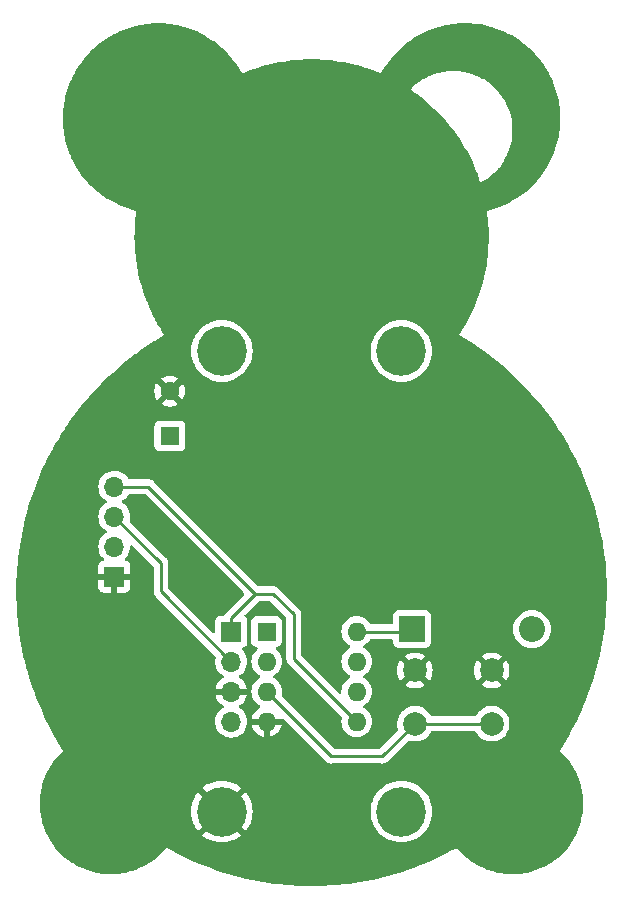
<source format=gbr>
%TF.GenerationSoftware,KiCad,Pcbnew,7.0.2-1.fc38*%
%TF.CreationDate,2023-05-30T17:38:37+02:00*%
%TF.ProjectId,Attiny_termometro,41747469-6e79-45f7-9465-726d6f6d6574,rev?*%
%TF.SameCoordinates,Original*%
%TF.FileFunction,Copper,L1,Top*%
%TF.FilePolarity,Positive*%
%FSLAX46Y46*%
G04 Gerber Fmt 4.6, Leading zero omitted, Abs format (unit mm)*
G04 Created by KiCad (PCBNEW 7.0.2-1.fc38) date 2023-05-30 17:38:37*
%MOMM*%
%LPD*%
G01*
G04 APERTURE LIST*
%TA.AperFunction,ComponentPad*%
%ADD10R,1.700000X1.700000*%
%TD*%
%TA.AperFunction,ComponentPad*%
%ADD11O,1.700000X1.700000*%
%TD*%
%TA.AperFunction,ComponentPad*%
%ADD12C,2.000000*%
%TD*%
%TA.AperFunction,ComponentPad*%
%ADD13R,2.200000X2.200000*%
%TD*%
%TA.AperFunction,ComponentPad*%
%ADD14O,2.200000X2.200000*%
%TD*%
%TA.AperFunction,ComponentPad*%
%ADD15R,1.600000X1.600000*%
%TD*%
%TA.AperFunction,ComponentPad*%
%ADD16O,1.600000X1.600000*%
%TD*%
%TA.AperFunction,ComponentPad*%
%ADD17C,1.600000*%
%TD*%
%TA.AperFunction,ComponentPad*%
%ADD18C,4.200000*%
%TD*%
%TA.AperFunction,ViaPad*%
%ADD19C,0.800000*%
%TD*%
%TA.AperFunction,Conductor*%
%ADD20C,0.250000*%
%TD*%
G04 APERTURE END LIST*
D10*
%TO.P,Display1,1,Pin_1*%
%TO.N,GND*%
X68300000Y-103800000D03*
D11*
%TO.P,Display1,2,Pin_2*%
%TO.N,Net-(Attiny85-VCC)*%
X68300000Y-101260000D03*
%TO.P,Display1,3,Pin_3*%
%TO.N,Net-(Attiny85-PB2)*%
X68300000Y-98720000D03*
%TO.P,Display1,4,Pin_4*%
%TO.N,Net-(Attiny85-AREF{slash}PB0)*%
X68300000Y-96180000D03*
%TD*%
D12*
%TO.P,SW1,1,A*%
%TO.N,Net-(Attiny85-XTAL2{slash}PB4)*%
X100250000Y-116250000D03*
X93750000Y-116250000D03*
%TO.P,SW1,2,B*%
%TO.N,GND*%
X100250000Y-111750000D03*
X93750000Y-111750000D03*
%TD*%
D10*
%TO.P,BMP280,1,Pin_1*%
%TO.N,Net-(Attiny85-AREF{slash}PB0)*%
X78200000Y-108460000D03*
D11*
%TO.P,BMP280,2,Pin_2*%
%TO.N,Net-(Attiny85-PB2)*%
X78200000Y-111000000D03*
%TO.P,BMP280,3,Pin_3*%
%TO.N,GND*%
X78200000Y-113540000D03*
%TO.P,BMP280,4,Pin_4*%
%TO.N,Net-(Attiny85-VCC)*%
X78200000Y-116080000D03*
%TD*%
D13*
%TO.P,D1,1,K*%
%TO.N,Net-(Attiny85-VCC)*%
X93500000Y-108250000D03*
D14*
%TO.P,D1,2,A*%
%TO.N,Net-(D1-A)*%
X103660000Y-108250000D03*
%TD*%
D15*
%TO.P,Attiny85,1,~{RESET}/PB5*%
%TO.N,unconnected-(Attiny85-~{RESET}{slash}PB5-Pad1)*%
X81200000Y-108460000D03*
D16*
%TO.P,Attiny85,2,XTAL1/PB3*%
%TO.N,unconnected-(Attiny85-XTAL1{slash}PB3-Pad2)*%
X81200000Y-111000000D03*
%TO.P,Attiny85,3,XTAL2/PB4*%
%TO.N,Net-(Attiny85-XTAL2{slash}PB4)*%
X81200000Y-113540000D03*
%TO.P,Attiny85,4,GND*%
%TO.N,GND*%
X81200000Y-116080000D03*
%TO.P,Attiny85,5,AREF/PB0*%
%TO.N,Net-(Attiny85-AREF{slash}PB0)*%
X88820000Y-116080000D03*
%TO.P,Attiny85,6,PB1*%
%TO.N,unconnected-(Attiny85-PB1-Pad6)*%
X88820000Y-113540000D03*
%TO.P,Attiny85,7,PB2*%
%TO.N,Net-(Attiny85-PB2)*%
X88820000Y-111000000D03*
%TO.P,Attiny85,8,VCC*%
%TO.N,Net-(Attiny85-VCC)*%
X88820000Y-108460000D03*
%TD*%
D15*
%TO.P,C1,1*%
%TO.N,Net-(Attiny85-VCC)*%
X73000000Y-91900000D03*
D17*
%TO.P,C1,2*%
%TO.N,GND*%
X73000000Y-88100000D03*
%TD*%
D18*
%TO.P,SC1,1,+*%
%TO.N,Net-(D1-A)*%
X92600000Y-123700000D03*
%TO.P,SC1,2,-*%
%TO.N,Net-(SC1--)*%
X92600000Y-84700000D03*
%TD*%
%TO.P,SC2,1,+*%
%TO.N,Net-(SC1--)*%
X77400000Y-84700000D03*
%TO.P,SC2,2,-*%
%TO.N,GND*%
X77400000Y-123700000D03*
%TD*%
D19*
%TO.N,GND*%
X74000000Y-111000000D03*
X76000000Y-104500000D03*
X86500000Y-110500000D03*
X84000000Y-114500000D03*
%TD*%
D20*
%TO.N,Net-(Attiny85-XTAL2{slash}PB4)*%
X91000000Y-119000000D02*
X86660000Y-119000000D01*
X93750000Y-116250000D02*
X100250000Y-116250000D01*
X86660000Y-119000000D02*
X81200000Y-113540000D01*
X93750000Y-116250000D02*
X91000000Y-119000000D01*
%TO.N,Net-(Attiny85-AREF{slash}PB0)*%
X78200000Y-107300000D02*
X80250000Y-105250000D01*
X78200000Y-108460000D02*
X78200000Y-107300000D01*
X83500000Y-107000000D02*
X81750000Y-105250000D01*
X71180000Y-96180000D02*
X68300000Y-96180000D01*
X80250000Y-105250000D02*
X71180000Y-96180000D01*
X83500000Y-110760000D02*
X83500000Y-107000000D01*
X88820000Y-116080000D02*
X83500000Y-110760000D01*
X81750000Y-105250000D02*
X80250000Y-105250000D01*
%TO.N,Net-(Attiny85-PB2)*%
X78200000Y-111000000D02*
X72250000Y-105050000D01*
X72250000Y-105050000D02*
X72250000Y-102670000D01*
X72250000Y-102670000D02*
X68300000Y-98720000D01*
%TO.N,Net-(Attiny85-VCC)*%
X93290000Y-108460000D02*
X93500000Y-108250000D01*
X88820000Y-108460000D02*
X93290000Y-108460000D01*
%TD*%
%TA.AperFunction,Conductor*%
%TO.N,GND*%
G36*
X70936587Y-96825185D02*
G01*
X70957229Y-96841819D01*
X79277727Y-105162318D01*
X79311212Y-105223641D01*
X79306228Y-105293333D01*
X79277727Y-105337680D01*
X77816208Y-106799199D01*
X77800110Y-106812096D01*
X77752096Y-106863225D01*
X77749392Y-106866016D01*
X77732628Y-106882780D01*
X77732621Y-106882787D01*
X77729880Y-106885529D01*
X77727499Y-106888597D01*
X77727490Y-106888608D01*
X77727411Y-106888711D01*
X77719842Y-106897572D01*
X77689935Y-106929420D01*
X77680285Y-106946974D01*
X77669609Y-106963228D01*
X77657326Y-106979063D01*
X77639975Y-107019158D01*
X77634836Y-107029647D01*
X77626264Y-107045239D01*
X77576718Y-107094502D01*
X77517604Y-107109500D01*
X77305439Y-107109500D01*
X77305420Y-107109500D01*
X77302128Y-107109501D01*
X77298848Y-107109853D01*
X77298840Y-107109854D01*
X77242515Y-107115909D01*
X77107669Y-107166204D01*
X76992454Y-107252454D01*
X76906204Y-107367668D01*
X76855910Y-107502515D01*
X76855909Y-107502517D01*
X76849500Y-107562127D01*
X76849500Y-107565448D01*
X76849500Y-107565449D01*
X76849500Y-108465547D01*
X76829815Y-108532586D01*
X76777011Y-108578341D01*
X76707853Y-108588285D01*
X76644297Y-108559260D01*
X76637819Y-108553228D01*
X72911819Y-104827228D01*
X72878334Y-104765905D01*
X72875500Y-104739547D01*
X72875500Y-102752743D01*
X72877764Y-102732239D01*
X72875561Y-102662112D01*
X72875500Y-102658218D01*
X72875500Y-102634541D01*
X72875500Y-102630650D01*
X72874998Y-102626683D01*
X72874081Y-102615027D01*
X72873383Y-102592811D01*
X72872710Y-102571373D01*
X72867118Y-102552126D01*
X72863174Y-102533085D01*
X72860664Y-102513208D01*
X72844579Y-102472583D01*
X72840808Y-102461568D01*
X72828618Y-102419610D01*
X72818414Y-102402355D01*
X72809861Y-102384895D01*
X72802486Y-102366269D01*
X72802486Y-102366268D01*
X72776808Y-102330925D01*
X72770401Y-102321171D01*
X72766773Y-102315037D01*
X72748170Y-102283580D01*
X72734006Y-102269416D01*
X72721367Y-102254617D01*
X72709595Y-102238413D01*
X72675941Y-102210573D01*
X72667299Y-102202709D01*
X69640237Y-99175646D01*
X69606752Y-99114323D01*
X69608143Y-99055872D01*
X69635063Y-98955408D01*
X69655659Y-98720000D01*
X69635063Y-98484592D01*
X69573903Y-98256337D01*
X69474035Y-98042171D01*
X69338495Y-97848599D01*
X69171401Y-97681505D01*
X68985839Y-97551573D01*
X68942215Y-97496997D01*
X68935023Y-97427498D01*
X68966545Y-97365144D01*
X68985831Y-97348432D01*
X69171401Y-97218495D01*
X69338495Y-97051401D01*
X69473653Y-96858374D01*
X69528229Y-96814752D01*
X69575227Y-96805500D01*
X70869548Y-96805500D01*
X70936587Y-96825185D01*
G37*
%TD.AperFunction*%
%TA.AperFunction,Conductor*%
G36*
X98229987Y-56944504D02*
G01*
X98236104Y-56944687D01*
X98537952Y-56961241D01*
X98787962Y-56979954D01*
X98793934Y-56980549D01*
X99091952Y-57017570D01*
X99094394Y-57017899D01*
X99342144Y-57054005D01*
X99347887Y-57054982D01*
X99642041Y-57112284D01*
X99644570Y-57112807D01*
X99889842Y-57166297D01*
X99895352Y-57167633D01*
X100184284Y-57244866D01*
X100186976Y-57245620D01*
X100395676Y-57306704D01*
X100428378Y-57316276D01*
X100433727Y-57317974D01*
X100716104Y-57414694D01*
X100718916Y-57415696D01*
X100955291Y-57503252D01*
X100960268Y-57505222D01*
X101235041Y-57621006D01*
X101237874Y-57622244D01*
X101467847Y-57726257D01*
X101472604Y-57728531D01*
X101485481Y-57735034D01*
X101738392Y-57862743D01*
X101741377Y-57864302D01*
X101963771Y-57984288D01*
X101968263Y-57986834D01*
X102223904Y-58138826D01*
X102226825Y-58140620D01*
X102440611Y-58276077D01*
X102444671Y-58278765D01*
X102689178Y-58447918D01*
X102692059Y-58449975D01*
X102896005Y-58600174D01*
X102899833Y-58603110D01*
X102983383Y-58669850D01*
X103131856Y-58788451D01*
X103134767Y-58790850D01*
X103327822Y-58955045D01*
X103331354Y-58958167D01*
X103440396Y-59058295D01*
X103549996Y-59158936D01*
X103552853Y-59161647D01*
X103734001Y-59338996D01*
X103737204Y-59342248D01*
X103941440Y-59557484D01*
X103944222Y-59560516D01*
X104112576Y-59750163D01*
X104115449Y-59753517D01*
X104304383Y-59982258D01*
X104307042Y-59985593D01*
X104461727Y-60186567D01*
X104464270Y-60189992D01*
X104637013Y-60431155D01*
X104639520Y-60434789D01*
X104779750Y-60646063D01*
X104781969Y-60649530D01*
X104937768Y-60902069D01*
X104940093Y-60905998D01*
X105065176Y-61126524D01*
X105067077Y-61130004D01*
X105205165Y-61392691D01*
X105207279Y-61396905D01*
X105316583Y-61625543D01*
X105318176Y-61629011D01*
X105437943Y-61900719D01*
X105439817Y-61905208D01*
X105532784Y-62140738D01*
X105534080Y-62144168D01*
X105634961Y-62423679D01*
X105636567Y-62428429D01*
X105712754Y-62669646D01*
X105713766Y-62673014D01*
X105795258Y-62959032D01*
X105796569Y-62964026D01*
X105855632Y-63209715D01*
X105856375Y-63213000D01*
X105918074Y-63504237D01*
X105919063Y-63509457D01*
X105960745Y-63758375D01*
X105961236Y-63761556D01*
X106002807Y-64056640D01*
X106003449Y-64062064D01*
X106027579Y-64312892D01*
X106027835Y-64315950D01*
X106049053Y-64613639D01*
X106049325Y-64619244D01*
X106055836Y-64870600D01*
X106055878Y-64873519D01*
X106056583Y-65172522D01*
X106056462Y-65178283D01*
X106045396Y-65428935D01*
X106045243Y-65431699D01*
X106025355Y-65730577D01*
X106024822Y-65736465D01*
X105996333Y-65985011D01*
X105996008Y-65987610D01*
X105955517Y-66285165D01*
X105954553Y-66291149D01*
X105908656Y-66537583D01*
X105847407Y-66833569D01*
X105845999Y-66839607D01*
X105783212Y-67081320D01*
X105701537Y-67373190D01*
X105699669Y-67379261D01*
X105620498Y-67614887D01*
X105518605Y-67901423D01*
X105516267Y-67907490D01*
X105421318Y-68135770D01*
X105299497Y-68415706D01*
X105296691Y-68421709D01*
X105186693Y-68641416D01*
X105045256Y-68913581D01*
X105041954Y-68919529D01*
X104917828Y-69129363D01*
X104757111Y-69392642D01*
X104753323Y-69398473D01*
X104616070Y-69597304D01*
X104436457Y-69850571D01*
X104432183Y-69856245D01*
X104283005Y-70042926D01*
X104084780Y-70285231D01*
X104080025Y-70290709D01*
X103920490Y-70463960D01*
X103703833Y-70694449D01*
X103698602Y-70699690D01*
X103530446Y-70858423D01*
X103295435Y-71076276D01*
X103289740Y-71081241D01*
X103115218Y-71224277D01*
X102861512Y-71428904D01*
X102855367Y-71433553D01*
X102677538Y-71559585D01*
X102404194Y-71750596D01*
X102397617Y-71754889D01*
X102220796Y-71862463D01*
X101925669Y-72039817D01*
X101918678Y-72043716D01*
X101750187Y-72130696D01*
X101428227Y-72295179D01*
X101420848Y-72298648D01*
X101275667Y-72361152D01*
X100914246Y-72515456D01*
X100906505Y-72518458D01*
X100826955Y-72546288D01*
X100388576Y-72698756D01*
X100380428Y-72701279D01*
X99851527Y-72845330D01*
X99848897Y-72845999D01*
X99850828Y-72856902D01*
X99884185Y-73135066D01*
X99938120Y-73591577D01*
X99938668Y-73597394D01*
X99963707Y-73952063D01*
X99989683Y-74349643D01*
X99989918Y-74355048D01*
X99997865Y-74722756D01*
X100002847Y-75109402D01*
X100002811Y-75114378D01*
X99992646Y-75487174D01*
X99977571Y-75868847D01*
X99977309Y-75873381D01*
X99948733Y-76248030D01*
X99913915Y-76626101D01*
X99913471Y-76630184D01*
X99866422Y-77004623D01*
X99812015Y-77379316D01*
X99811433Y-77382941D01*
X99746238Y-77754122D01*
X99745720Y-77756887D01*
X99672129Y-78126455D01*
X99671454Y-78129630D01*
X99588145Y-78497454D01*
X99587386Y-78500611D01*
X99494548Y-78865848D01*
X99493824Y-78868566D01*
X99392731Y-79231577D01*
X99391692Y-79235106D01*
X99279330Y-79596710D01*
X99160462Y-79954833D01*
X99159105Y-79958705D01*
X99027604Y-80314931D01*
X98891983Y-80665276D01*
X98890267Y-80669478D01*
X98739383Y-81020474D01*
X98587943Y-81361226D01*
X98585832Y-81365729D01*
X98414717Y-81712539D01*
X98249127Y-82040895D01*
X98246587Y-82045670D01*
X98051810Y-82393305D01*
X97876420Y-82702527D01*
X97873419Y-82707539D01*
X97628166Y-83096067D01*
X97499801Y-83298638D01*
X97495070Y-83302790D01*
X97476388Y-83335264D01*
X97473945Y-83339206D01*
X97473969Y-83339309D01*
X97478003Y-83341812D01*
X97502496Y-83358181D01*
X97517530Y-83365370D01*
X98100760Y-83716414D01*
X98298793Y-83835610D01*
X98302843Y-83838156D01*
X98878980Y-84215949D01*
X99113884Y-84370459D01*
X99117622Y-84373019D01*
X99589810Y-84709395D01*
X99617627Y-84729211D01*
X99908403Y-84937386D01*
X99911973Y-84940042D01*
X100372007Y-85295289D01*
X100680128Y-85534850D01*
X100683535Y-85537596D01*
X101115730Y-85898797D01*
X101427971Y-86162003D01*
X101431180Y-86164803D01*
X101840672Y-86534776D01*
X101969482Y-86652371D01*
X102150769Y-86817875D01*
X102153780Y-86820719D01*
X102208090Y-86873733D01*
X102543189Y-87200838D01*
X102572926Y-87230223D01*
X102847379Y-87501428D01*
X102850175Y-87504282D01*
X102991846Y-87653672D01*
X103220774Y-87895075D01*
X103516758Y-88211632D01*
X103519382Y-88214529D01*
X103617737Y-88326602D01*
X103862908Y-88605970D01*
X103871867Y-88616178D01*
X104157887Y-88947401D01*
X104160320Y-88950308D01*
X104495030Y-89362768D01*
X104639916Y-89544609D01*
X104764187Y-89700577D01*
X104769789Y-89707607D01*
X104772031Y-89710508D01*
X105081689Y-90123709D01*
X105089066Y-90133552D01*
X105351541Y-90491103D01*
X105353605Y-90494000D01*
X105652909Y-90927257D01*
X105902303Y-91296759D01*
X105904188Y-91299636D01*
X106185594Y-91742603D01*
X106349224Y-92006997D01*
X106421136Y-92123194D01*
X106422847Y-92126043D01*
X106686362Y-92578519D01*
X106907316Y-92969246D01*
X106908858Y-92972057D01*
X107154243Y-93433461D01*
X107360081Y-93833581D01*
X107361460Y-93836346D01*
X107588513Y-94306148D01*
X107778775Y-94714940D01*
X107779978Y-94717609D01*
X107988479Y-95195226D01*
X108097941Y-95456982D01*
X108155156Y-95593802D01*
X108162695Y-95611828D01*
X108163766Y-95614474D01*
X108353523Y-96099359D01*
X108511361Y-96523116D01*
X108512269Y-96525639D01*
X108683065Y-97017153D01*
X108824139Y-97447140D01*
X108824930Y-97449638D01*
X108976581Y-97947185D01*
X109100628Y-98382673D01*
X109101289Y-98385086D01*
X109233607Y-98888009D01*
X109340671Y-99329384D01*
X109355882Y-99397830D01*
X109453492Y-99837057D01*
X109454010Y-99839506D01*
X109543286Y-100283461D01*
X109636454Y-100795194D01*
X109636896Y-100797777D01*
X109708507Y-101244592D01*
X109781893Y-101759741D01*
X109782249Y-101762455D01*
X109836105Y-102211395D01*
X109889591Y-102729245D01*
X109889852Y-102732088D01*
X109925886Y-103182310D01*
X109959256Y-103700285D01*
X109959386Y-103702290D01*
X109959541Y-103705259D01*
X109977726Y-104155863D01*
X109991158Y-104677396D01*
X109991199Y-104680484D01*
X109991564Y-105130494D01*
X109984855Y-105653041D01*
X109984772Y-105656246D01*
X109967399Y-106104752D01*
X109940486Y-106627657D01*
X109940271Y-106630973D01*
X109905292Y-107077107D01*
X109858107Y-107599912D01*
X109857750Y-107603334D01*
X109805379Y-108045969D01*
X109737850Y-108568198D01*
X109737343Y-108571719D01*
X109667844Y-109009896D01*
X109579894Y-109531062D01*
X109579229Y-109534676D01*
X109492986Y-109967175D01*
X109384470Y-110487085D01*
X109383639Y-110490784D01*
X109281150Y-110916308D01*
X109151877Y-111434777D01*
X109150872Y-111438554D01*
X109032815Y-111855573D01*
X108882465Y-112372699D01*
X108881279Y-112376545D01*
X108748624Y-112783087D01*
X108576654Y-113299383D01*
X108575280Y-113303291D01*
X108429350Y-113697026D01*
X108234915Y-114213411D01*
X108233346Y-114217370D01*
X108076297Y-114594641D01*
X107857739Y-115113465D01*
X107855970Y-115117467D01*
X107691788Y-115471722D01*
X107445691Y-115998172D01*
X107443715Y-116002206D01*
X107280722Y-116320307D01*
X106999435Y-116866101D01*
X106997248Y-116870158D01*
X106859361Y-117114916D01*
X106520245Y-117714888D01*
X106517810Y-117719007D01*
X106018298Y-118528198D01*
X106011294Y-118537570D01*
X106011487Y-118539004D01*
X106021535Y-118547002D01*
X106355273Y-118872406D01*
X106362141Y-118879665D01*
X106578972Y-119128175D01*
X106677107Y-119241336D01*
X106683122Y-119248842D01*
X106859572Y-119487421D01*
X106967834Y-119635355D01*
X106973078Y-119643119D01*
X107122236Y-119883059D01*
X107225465Y-120051759D01*
X107229929Y-120059695D01*
X107355711Y-120303937D01*
X107448271Y-120487743D01*
X107451974Y-120495801D01*
X107555813Y-120744906D01*
X107634786Y-120940432D01*
X107637733Y-120948529D01*
X107720149Y-121202032D01*
X107783764Y-121406791D01*
X107785975Y-121414857D01*
X107847160Y-121671866D01*
X107894223Y-121883721D01*
X107895722Y-121891694D01*
X107935746Y-122151083D01*
X107938245Y-122169352D01*
X107965429Y-122368062D01*
X107966246Y-122375880D01*
X107985155Y-122636321D01*
X107996910Y-122856562D01*
X107997082Y-122864168D01*
X107994975Y-123122939D01*
X107994926Y-123125562D01*
X107988466Y-123345965D01*
X107988031Y-123353324D01*
X107965168Y-123610215D01*
X107964880Y-123613075D01*
X107940155Y-123833022D01*
X107939157Y-123840073D01*
X107895797Y-124093615D01*
X107895231Y-124096687D01*
X107852304Y-124314516D01*
X107850789Y-124321219D01*
X107787308Y-124569835D01*
X107786429Y-124573093D01*
X107725499Y-124787230D01*
X107723517Y-124793548D01*
X107640383Y-125035768D01*
X107639157Y-125039178D01*
X107560597Y-125247991D01*
X107558201Y-125253895D01*
X107455973Y-125488308D01*
X107454369Y-125491834D01*
X107358694Y-125693760D01*
X107355937Y-125699226D01*
X107235300Y-125924391D01*
X107233292Y-125927993D01*
X107121151Y-126121552D01*
X107118088Y-126126563D01*
X106979810Y-126341124D01*
X106977376Y-126344757D01*
X106849541Y-126528543D01*
X106846227Y-126533085D01*
X106691228Y-126735672D01*
X106688351Y-126739291D01*
X106545667Y-126912038D01*
X106542156Y-126916105D01*
X106371427Y-127105462D01*
X106368094Y-127109016D01*
X106211589Y-127269447D01*
X106207936Y-127273040D01*
X106022531Y-127448016D01*
X106018734Y-127451454D01*
X105849529Y-127598413D01*
X105845796Y-127601529D01*
X105827216Y-127616427D01*
X105646877Y-127761024D01*
X105642614Y-127764292D01*
X105461890Y-127896759D01*
X105458110Y-127899423D01*
X105246934Y-128042421D01*
X105242209Y-128045467D01*
X105051269Y-128162503D01*
X105047500Y-128164722D01*
X104825367Y-128290322D01*
X104820188Y-128293091D01*
X104620411Y-128393880D01*
X104616700Y-128395675D01*
X104384990Y-128503064D01*
X104379373Y-128505501D01*
X104172202Y-128589358D01*
X104168589Y-128590755D01*
X103928701Y-128679238D01*
X103922668Y-128681289D01*
X103709640Y-128747649D01*
X103706165Y-128748676D01*
X103459552Y-128817661D01*
X103453129Y-128819274D01*
X103235793Y-128867725D01*
X103232490Y-128868414D01*
X102980663Y-128917402D01*
X102973885Y-128918527D01*
X102753892Y-128948792D01*
X102750791Y-128949179D01*
X102495207Y-128977799D01*
X102488110Y-128978388D01*
X102267090Y-128990352D01*
X102264219Y-128990474D01*
X102006412Y-128998442D01*
X101999041Y-128998450D01*
X101778729Y-128992157D01*
X101776106Y-128992055D01*
X101517565Y-128979190D01*
X101509969Y-128978577D01*
X101290799Y-128954106D01*
X101096838Y-128928682D01*
X101031873Y-128920166D01*
X101024126Y-128918899D01*
X100809240Y-128876719D01*
X100552581Y-128821757D01*
X100544715Y-128819801D01*
X100335957Y-128760571D01*
X100094073Y-128687975D01*
X100082905Y-128684623D01*
X100074980Y-128681950D01*
X99874222Y-128606592D01*
X99625920Y-128509657D01*
X99618008Y-128506247D01*
X99427380Y-128416100D01*
X99306910Y-128357488D01*
X99184682Y-128298020D01*
X99176862Y-128293863D01*
X98998781Y-128190866D01*
X98762153Y-128051129D01*
X98754485Y-128046211D01*
X98592066Y-127933418D01*
X98361136Y-127770621D01*
X98353702Y-127764948D01*
X98212200Y-127648249D01*
X98152388Y-127598413D01*
X97984283Y-127458345D01*
X97977147Y-127451914D01*
X97869933Y-127347479D01*
X97634285Y-127116548D01*
X97627435Y-127109271D01*
X97321892Y-126757292D01*
X97314509Y-126746827D01*
X97313029Y-126746535D01*
X97303315Y-126752966D01*
X96714147Y-127071853D01*
X96471714Y-127202840D01*
X96467591Y-127204968D01*
X95963873Y-127453247D01*
X95599737Y-127631730D01*
X95595699Y-127633620D01*
X95106369Y-127852018D01*
X94711739Y-128026415D01*
X94707799Y-128028075D01*
X94220691Y-128223556D01*
X93809103Y-128386279D01*
X93805272Y-128387721D01*
X93316649Y-128562480D01*
X92893210Y-128710777D01*
X92889499Y-128712011D01*
X92398002Y-128866920D01*
X91965436Y-128999425D01*
X91961855Y-129000464D01*
X91467125Y-129135876D01*
X91027145Y-129251803D01*
X91023703Y-129252658D01*
X90525792Y-129368720D01*
X90079816Y-129467514D01*
X90076522Y-129468196D01*
X89575676Y-129564963D01*
X89124881Y-129646240D01*
X89121743Y-129646764D01*
X88618331Y-129724238D01*
X88163718Y-129787726D01*
X88160744Y-129788104D01*
X87655318Y-129846253D01*
X87197879Y-129891749D01*
X87195074Y-129891995D01*
X86688094Y-129930798D01*
X86385574Y-129948823D01*
X86228728Y-129958168D01*
X86226141Y-129958294D01*
X85718216Y-129977722D01*
X85375791Y-129984533D01*
X85256651Y-129986902D01*
X85002408Y-129986921D01*
X84747121Y-129986941D01*
X84285528Y-129977829D01*
X83777686Y-129958481D01*
X83775056Y-129958353D01*
X83315615Y-129931049D01*
X82808711Y-129892330D01*
X82805905Y-129892083D01*
X82348407Y-129846651D01*
X81842977Y-129788579D01*
X81840003Y-129788201D01*
X81385402Y-129724785D01*
X80881991Y-129647389D01*
X80878853Y-129646865D01*
X80428031Y-129565654D01*
X79927173Y-129468964D01*
X79923879Y-129468281D01*
X79477886Y-129369554D01*
X78979902Y-129253552D01*
X78976461Y-129252698D01*
X78536573Y-129136867D01*
X78041777Y-129001517D01*
X78038195Y-129000480D01*
X77605655Y-128868054D01*
X77114024Y-128713184D01*
X77110312Y-128711950D01*
X77078148Y-128700691D01*
X76809336Y-128606592D01*
X76687007Y-128563770D01*
X76280108Y-128418311D01*
X76198249Y-128389047D01*
X76194427Y-128387610D01*
X75782856Y-128224965D01*
X75295669Y-128029538D01*
X75291729Y-128027878D01*
X74897132Y-127853567D01*
X74407715Y-127635219D01*
X74403677Y-127633330D01*
X74039770Y-127455027D01*
X73535817Y-127206727D01*
X73531684Y-127204593D01*
X73247617Y-127051131D01*
X72754173Y-126784151D01*
X72737143Y-126767252D01*
X72709276Y-126756846D01*
X72691326Y-126746660D01*
X72690724Y-126747414D01*
X72687572Y-126751195D01*
X72375386Y-127110910D01*
X72368539Y-127118185D01*
X72133175Y-127348901D01*
X72025645Y-127453672D01*
X72018503Y-127460110D01*
X71790669Y-127650008D01*
X71649056Y-127766837D01*
X71641612Y-127772519D01*
X71410769Y-127935320D01*
X71248227Y-128048243D01*
X71240556Y-128053165D01*
X71004057Y-128192895D01*
X70825796Y-128296045D01*
X70817970Y-128300207D01*
X70575369Y-128418311D01*
X70384616Y-128508573D01*
X70376707Y-128511984D01*
X70128426Y-128608985D01*
X69927591Y-128684433D01*
X69919668Y-128687108D01*
X69666654Y-128763124D01*
X69457767Y-128822455D01*
X69449898Y-128824414D01*
X69193292Y-128879448D01*
X68978310Y-128921718D01*
X68970554Y-128922989D01*
X68711621Y-128957018D01*
X68492354Y-128981575D01*
X68484773Y-128982189D01*
X68226250Y-128995146D01*
X68223629Y-128995249D01*
X68003162Y-129001628D01*
X67995792Y-129001622D01*
X67738022Y-128993753D01*
X67735153Y-128993632D01*
X67513997Y-128981749D01*
X67506901Y-128981163D01*
X67251340Y-128952650D01*
X67248241Y-128952265D01*
X67028090Y-128922073D01*
X67021312Y-128920951D01*
X66769455Y-128872069D01*
X66766154Y-128871382D01*
X66548705Y-128823007D01*
X66542289Y-128821398D01*
X66509425Y-128812222D01*
X66295604Y-128752515D01*
X66292131Y-128751490D01*
X66079008Y-128685211D01*
X66072975Y-128683164D01*
X65833008Y-128594782D01*
X65829396Y-128593387D01*
X65622104Y-128509600D01*
X65616488Y-128507167D01*
X65384704Y-128399887D01*
X65380993Y-128398094D01*
X65181089Y-128297372D01*
X65175909Y-128294606D01*
X64953652Y-128169091D01*
X64949884Y-128166875D01*
X64758837Y-128049917D01*
X64754111Y-128046874D01*
X64542842Y-127903984D01*
X64539062Y-127901324D01*
X64358180Y-127768901D01*
X64353916Y-127765635D01*
X64260497Y-127690820D01*
X64154876Y-127606232D01*
X64151164Y-127603137D01*
X63981784Y-127456202D01*
X63977985Y-127452767D01*
X63792449Y-127277879D01*
X63788810Y-127274305D01*
X63632148Y-127113912D01*
X63628828Y-127110376D01*
X63457938Y-126921081D01*
X63454426Y-126917017D01*
X63311576Y-126744296D01*
X63308698Y-126740681D01*
X63153579Y-126538212D01*
X63150262Y-126533674D01*
X63146688Y-126528543D01*
X63022166Y-126349777D01*
X63019786Y-126346226D01*
X62881359Y-126131753D01*
X62878318Y-126126787D01*
X62765953Y-125933154D01*
X62763971Y-125929603D01*
X62643155Y-125704488D01*
X62640414Y-125699063D01*
X62544519Y-125497049D01*
X62542924Y-125493546D01*
X62440532Y-125259225D01*
X62438142Y-125253352D01*
X62359359Y-125044421D01*
X62358138Y-125041030D01*
X62356328Y-125035768D01*
X62274819Y-124798866D01*
X62272849Y-124792602D01*
X62211692Y-124578295D01*
X62210843Y-124575154D01*
X62147287Y-124327054D01*
X62147160Y-124326558D01*
X62145640Y-124319860D01*
X62140951Y-124296170D01*
X62102490Y-124101817D01*
X62101956Y-124098927D01*
X62058379Y-123845348D01*
X62057382Y-123838343D01*
X62042139Y-123703736D01*
X74795474Y-123703736D01*
X74814013Y-124010226D01*
X74814915Y-124017656D01*
X74870262Y-124319676D01*
X74872050Y-124326932D01*
X74963402Y-124620088D01*
X74966047Y-124627064D01*
X75092070Y-124907074D01*
X75095544Y-124913694D01*
X75254394Y-125176463D01*
X75258640Y-125182615D01*
X75392707Y-125353737D01*
X76176388Y-124570055D01*
X76292632Y-124719404D01*
X76475523Y-124887768D01*
X76530116Y-124923435D01*
X75746261Y-125707291D01*
X75746261Y-125707292D01*
X75917380Y-125841356D01*
X75923541Y-125845609D01*
X76186305Y-126004455D01*
X76192925Y-126007929D01*
X76472935Y-126133952D01*
X76479911Y-126136597D01*
X76773067Y-126227949D01*
X76780323Y-126229737D01*
X77082343Y-126285084D01*
X77089773Y-126285986D01*
X77396264Y-126304526D01*
X77403736Y-126304526D01*
X77710226Y-126285986D01*
X77717656Y-126285084D01*
X78019676Y-126229737D01*
X78026932Y-126227949D01*
X78320088Y-126136597D01*
X78327064Y-126133952D01*
X78607074Y-126007929D01*
X78613694Y-126004455D01*
X78876458Y-125845609D01*
X78882621Y-125841354D01*
X79053737Y-125707291D01*
X78269882Y-124923435D01*
X78324477Y-124887768D01*
X78507368Y-124719404D01*
X78623610Y-124570056D01*
X79407291Y-125353737D01*
X79541354Y-125182621D01*
X79545609Y-125176458D01*
X79704455Y-124913694D01*
X79707929Y-124907074D01*
X79833952Y-124627064D01*
X79836597Y-124620088D01*
X79927949Y-124326932D01*
X79929737Y-124319676D01*
X79985084Y-124017656D01*
X79985986Y-124010226D01*
X80004526Y-123703736D01*
X80004526Y-123700000D01*
X89994747Y-123700000D01*
X89994973Y-123703736D01*
X90013515Y-124010290D01*
X90013516Y-124010303D01*
X90013742Y-124014029D01*
X90014416Y-124017711D01*
X90014417Y-124017713D01*
X90069776Y-124319798D01*
X90069778Y-124319807D01*
X90070451Y-124323478D01*
X90164046Y-124623835D01*
X90293163Y-124910721D01*
X90455919Y-125179952D01*
X90649940Y-125427602D01*
X90872398Y-125650060D01*
X91120048Y-125844081D01*
X91389279Y-126006837D01*
X91676165Y-126135954D01*
X91976522Y-126229549D01*
X92285971Y-126286258D01*
X92600000Y-126305253D01*
X92914029Y-126286258D01*
X93223478Y-126229549D01*
X93523835Y-126135954D01*
X93810721Y-126006837D01*
X94079952Y-125844081D01*
X94327602Y-125650060D01*
X94550060Y-125427602D01*
X94744081Y-125179952D01*
X94906837Y-124910721D01*
X95035954Y-124623835D01*
X95129549Y-124323478D01*
X95186258Y-124014029D01*
X95205253Y-123700000D01*
X95186258Y-123385971D01*
X95129549Y-123076522D01*
X95035954Y-122776165D01*
X94906837Y-122489279D01*
X94744081Y-122220048D01*
X94550060Y-121972398D01*
X94327602Y-121749940D01*
X94079952Y-121555919D01*
X93945336Y-121474541D01*
X93813926Y-121395100D01*
X93813919Y-121395096D01*
X93810721Y-121393163D01*
X93523835Y-121264046D01*
X93338586Y-121206320D01*
X93227054Y-121171565D01*
X93227048Y-121171563D01*
X93223478Y-121170451D01*
X93219807Y-121169778D01*
X93219798Y-121169776D01*
X92917713Y-121114417D01*
X92917711Y-121114416D01*
X92914029Y-121113742D01*
X92910303Y-121113516D01*
X92910290Y-121113515D01*
X92603736Y-121094973D01*
X92600000Y-121094747D01*
X92596264Y-121094973D01*
X92289709Y-121113515D01*
X92289694Y-121113516D01*
X92285971Y-121113742D01*
X92282290Y-121114416D01*
X92282286Y-121114417D01*
X91980201Y-121169776D01*
X91980188Y-121169779D01*
X91976522Y-121170451D01*
X91972954Y-121171562D01*
X91972945Y-121171565D01*
X91679742Y-121262931D01*
X91679736Y-121262933D01*
X91676165Y-121264046D01*
X91672756Y-121265580D01*
X91672754Y-121265581D01*
X91392693Y-121391626D01*
X91392686Y-121391629D01*
X91389279Y-121393163D01*
X91386086Y-121395092D01*
X91386073Y-121395100D01*
X91123252Y-121553982D01*
X91120048Y-121555919D01*
X91117106Y-121558223D01*
X91117100Y-121558228D01*
X90875349Y-121747628D01*
X90872398Y-121749940D01*
X90869752Y-121752585D01*
X90869744Y-121752593D01*
X90652593Y-121969744D01*
X90652585Y-121969752D01*
X90649940Y-121972398D01*
X90647628Y-121975348D01*
X90647628Y-121975349D01*
X90458228Y-122217100D01*
X90458223Y-122217106D01*
X90455919Y-122220048D01*
X90453982Y-122223250D01*
X90453982Y-122223252D01*
X90295100Y-122486073D01*
X90295092Y-122486086D01*
X90293163Y-122489279D01*
X90291629Y-122492686D01*
X90291626Y-122492693D01*
X90224747Y-122641293D01*
X90164046Y-122776165D01*
X90162933Y-122779736D01*
X90162931Y-122779742D01*
X90071565Y-123072945D01*
X90071562Y-123072954D01*
X90070451Y-123076522D01*
X90069779Y-123080188D01*
X90069776Y-123080201D01*
X90018768Y-123358546D01*
X90013742Y-123385971D01*
X90013516Y-123389694D01*
X90013515Y-123389709D01*
X90004564Y-123537698D01*
X89994747Y-123700000D01*
X80004526Y-123700000D01*
X80004526Y-123696263D01*
X79985986Y-123389773D01*
X79985084Y-123382343D01*
X79929737Y-123080323D01*
X79927949Y-123073067D01*
X79836597Y-122779911D01*
X79833952Y-122772935D01*
X79707929Y-122492925D01*
X79704455Y-122486305D01*
X79545609Y-122223541D01*
X79541356Y-122217380D01*
X79407291Y-122046261D01*
X78623609Y-122829942D01*
X78507368Y-122680596D01*
X78324477Y-122512232D01*
X78269882Y-122476563D01*
X79053737Y-121692707D01*
X79053737Y-121692706D01*
X78882615Y-121558640D01*
X78876463Y-121554394D01*
X78613694Y-121395544D01*
X78607074Y-121392070D01*
X78327064Y-121266047D01*
X78320088Y-121263402D01*
X78026932Y-121172050D01*
X78019676Y-121170262D01*
X77717656Y-121114915D01*
X77710226Y-121114013D01*
X77403736Y-121095474D01*
X77396264Y-121095474D01*
X77089773Y-121114013D01*
X77082343Y-121114915D01*
X76780323Y-121170262D01*
X76773067Y-121172050D01*
X76479911Y-121263402D01*
X76472935Y-121266047D01*
X76192925Y-121392070D01*
X76186305Y-121395544D01*
X75923536Y-121554394D01*
X75917384Y-121558640D01*
X75746261Y-121692706D01*
X75746261Y-121692707D01*
X76530117Y-122476563D01*
X76475523Y-122512232D01*
X76292632Y-122680596D01*
X76176389Y-122829943D01*
X75392707Y-122046261D01*
X75392706Y-122046261D01*
X75258640Y-122217384D01*
X75254394Y-122223536D01*
X75095544Y-122486305D01*
X75092070Y-122492925D01*
X74966047Y-122772935D01*
X74963402Y-122779911D01*
X74872050Y-123073067D01*
X74870262Y-123080323D01*
X74814915Y-123382343D01*
X74814013Y-123389773D01*
X74795474Y-123696263D01*
X74795474Y-123703736D01*
X62042139Y-123703736D01*
X62032455Y-123618226D01*
X62032178Y-123615503D01*
X62009091Y-123358500D01*
X62008655Y-123351233D01*
X62002001Y-123130639D01*
X62001953Y-123128133D01*
X61999624Y-122869263D01*
X61999790Y-122861655D01*
X62011357Y-122641340D01*
X62030044Y-122380776D01*
X62030839Y-122373114D01*
X62060347Y-122155963D01*
X62100151Y-121896446D01*
X62101620Y-121888598D01*
X62148527Y-121676517D01*
X62209481Y-121419416D01*
X62211658Y-121411445D01*
X62275129Y-121206460D01*
X62357311Y-120952856D01*
X62360219Y-120944843D01*
X62439057Y-120749099D01*
X62542677Y-120499835D01*
X62546338Y-120491848D01*
X62638753Y-120307870D01*
X62764338Y-120063407D01*
X62768747Y-120055549D01*
X62871917Y-119886559D01*
X63020827Y-119646470D01*
X63025989Y-119638809D01*
X63134230Y-119490576D01*
X63310416Y-119251829D01*
X63316382Y-119244369D01*
X63414512Y-119130965D01*
X63631086Y-118882209D01*
X63637926Y-118874965D01*
X63971283Y-118549216D01*
X63981320Y-118541226D01*
X63981543Y-118539558D01*
X63974553Y-118530219D01*
X63474927Y-117720687D01*
X63472504Y-117716586D01*
X63134524Y-117118495D01*
X63132976Y-117115756D01*
X63022053Y-116918819D01*
X62995380Y-116871463D01*
X62993199Y-116867417D01*
X62973440Y-116829069D01*
X62793584Y-116480000D01*
X62711654Y-116320988D01*
X62588202Y-116080000D01*
X62548779Y-116003042D01*
X62546835Y-115999071D01*
X62300385Y-115471722D01*
X62279905Y-115427519D01*
X62136460Y-115117924D01*
X62134714Y-115113977D01*
X61915888Y-114594357D01*
X61759003Y-114217362D01*
X61757454Y-114213453D01*
X61589295Y-113766689D01*
X61562889Y-113696534D01*
X61541872Y-113639810D01*
X61416995Y-113302757D01*
X61415658Y-113298953D01*
X61243580Y-112782115D01*
X61110994Y-112375610D01*
X61109811Y-112371771D01*
X61099476Y-112336208D01*
X60959411Y-111854220D01*
X60929922Y-111750000D01*
X60841390Y-111437120D01*
X60840418Y-111433467D01*
X60711113Y-110914566D01*
X60684341Y-110803343D01*
X60608650Y-110488896D01*
X60607847Y-110485320D01*
X60499322Y-109964993D01*
X60413103Y-109532295D01*
X60412479Y-109528898D01*
X60337722Y-109085500D01*
X60324524Y-109007223D01*
X60258141Y-108588285D01*
X60255080Y-108568972D01*
X60254583Y-108565516D01*
X60187089Y-108042920D01*
X60183614Y-108013502D01*
X60134757Y-107600024D01*
X60134421Y-107596793D01*
X60087287Y-107073607D01*
X60052365Y-106627274D01*
X60052164Y-106624173D01*
X60025312Y-106100744D01*
X60008008Y-105652042D01*
X60007931Y-105649055D01*
X60001309Y-105126085D01*
X60001330Y-105104967D01*
X60001753Y-104675869D01*
X60001792Y-104672945D01*
X60015328Y-104151028D01*
X60033602Y-103700285D01*
X60033752Y-103697426D01*
X60067375Y-103177030D01*
X60103509Y-102726622D01*
X60103756Y-102723944D01*
X60157384Y-102205705D01*
X60211360Y-101756509D01*
X60211686Y-101754027D01*
X60282165Y-101260000D01*
X66944340Y-101260000D01*
X66964936Y-101495407D01*
X67009709Y-101662502D01*
X67026097Y-101723663D01*
X67125965Y-101937830D01*
X67261505Y-102131401D01*
X67261508Y-102131404D01*
X67383818Y-102253714D01*
X67417303Y-102315037D01*
X67412319Y-102384729D01*
X67370447Y-102440662D01*
X67339472Y-102457576D01*
X67207913Y-102506646D01*
X67092811Y-102592811D01*
X67006647Y-102707910D01*
X66956400Y-102842628D01*
X66950354Y-102898867D01*
X66950000Y-102905481D01*
X66949999Y-103550000D01*
X67866314Y-103550000D01*
X67840507Y-103590156D01*
X67800000Y-103728111D01*
X67800000Y-103871889D01*
X67840507Y-104009844D01*
X67866314Y-104050000D01*
X66950000Y-104050000D01*
X66950000Y-104694518D01*
X66950354Y-104701132D01*
X66956400Y-104757371D01*
X67006647Y-104892089D01*
X67092811Y-105007188D01*
X67207910Y-105093352D01*
X67342628Y-105143599D01*
X67398867Y-105149645D01*
X67405482Y-105150000D01*
X68050000Y-105150000D01*
X68050000Y-104235501D01*
X68157685Y-104284680D01*
X68264237Y-104300000D01*
X68335763Y-104300000D01*
X68442315Y-104284680D01*
X68550000Y-104235501D01*
X68550000Y-105150000D01*
X69194518Y-105150000D01*
X69201132Y-105149645D01*
X69257371Y-105143599D01*
X69392089Y-105093352D01*
X69507188Y-105007188D01*
X69593352Y-104892089D01*
X69643599Y-104757371D01*
X69649645Y-104701132D01*
X69650000Y-104694518D01*
X69650000Y-104050000D01*
X68733686Y-104050000D01*
X68759493Y-104009844D01*
X68800000Y-103871889D01*
X68800000Y-103728111D01*
X68759493Y-103590156D01*
X68733686Y-103550000D01*
X69650000Y-103550000D01*
X69650000Y-102905481D01*
X69649645Y-102898867D01*
X69643599Y-102842628D01*
X69593352Y-102707910D01*
X69507188Y-102592811D01*
X69392088Y-102506647D01*
X69260528Y-102457577D01*
X69204594Y-102415705D01*
X69180178Y-102350240D01*
X69195030Y-102281967D01*
X69216175Y-102253720D01*
X69338495Y-102131401D01*
X69474035Y-101937830D01*
X69573903Y-101723663D01*
X69635063Y-101495408D01*
X69655659Y-101260000D01*
X69656598Y-101249271D01*
X69682050Y-101184202D01*
X69738641Y-101143223D01*
X69808403Y-101139345D01*
X69867807Y-101172397D01*
X71588181Y-102892770D01*
X71621666Y-102954093D01*
X71624500Y-102980451D01*
X71624500Y-104967256D01*
X71622235Y-104987766D01*
X71624439Y-105057872D01*
X71624500Y-105061767D01*
X71624500Y-105089350D01*
X71624988Y-105093219D01*
X71624989Y-105093225D01*
X71625004Y-105093343D01*
X71625918Y-105104967D01*
X71627290Y-105148626D01*
X71632879Y-105167860D01*
X71636825Y-105186916D01*
X71639335Y-105206792D01*
X71655414Y-105247404D01*
X71659197Y-105258451D01*
X71671382Y-105300391D01*
X71681580Y-105317635D01*
X71690136Y-105335100D01*
X71697514Y-105353732D01*
X71697515Y-105353733D01*
X71723180Y-105389059D01*
X71729593Y-105398822D01*
X71751826Y-105436416D01*
X71751829Y-105436419D01*
X71751830Y-105436420D01*
X71765995Y-105450585D01*
X71778627Y-105465375D01*
X71790406Y-105481587D01*
X71824058Y-105509426D01*
X71832699Y-105517289D01*
X76859762Y-110544352D01*
X76893247Y-110605675D01*
X76891856Y-110664126D01*
X76864936Y-110764593D01*
X76844340Y-111000000D01*
X76864936Y-111235407D01*
X76887428Y-111319348D01*
X76926097Y-111463663D01*
X77025965Y-111677830D01*
X77161505Y-111871401D01*
X77328599Y-112038495D01*
X77514596Y-112168732D01*
X77558219Y-112223307D01*
X77565412Y-112292806D01*
X77533890Y-112355160D01*
X77514595Y-112371880D01*
X77328919Y-112501892D01*
X77161890Y-112668921D01*
X77026400Y-112862421D01*
X76926569Y-113076507D01*
X76869364Y-113289999D01*
X76869364Y-113290000D01*
X77766314Y-113290000D01*
X77740507Y-113330156D01*
X77700000Y-113468111D01*
X77700000Y-113611889D01*
X77740507Y-113749844D01*
X77766314Y-113790000D01*
X76869364Y-113790000D01*
X76926569Y-114003492D01*
X77026399Y-114217576D01*
X77161893Y-114411081D01*
X77328918Y-114578106D01*
X77514595Y-114708119D01*
X77558219Y-114762696D01*
X77565412Y-114832195D01*
X77533890Y-114894549D01*
X77514595Y-114911269D01*
X77328595Y-115041508D01*
X77161505Y-115208598D01*
X77025965Y-115402170D01*
X76926097Y-115616336D01*
X76864936Y-115844592D01*
X76844340Y-116079999D01*
X76864936Y-116315407D01*
X76889650Y-116407641D01*
X76926097Y-116543663D01*
X77025965Y-116757830D01*
X77161505Y-116951401D01*
X77328599Y-117118495D01*
X77522170Y-117254035D01*
X77736337Y-117353903D01*
X77964591Y-117415062D01*
X77964592Y-117415063D01*
X78199999Y-117435659D01*
X78199999Y-117435658D01*
X78200000Y-117435659D01*
X78435408Y-117415063D01*
X78663663Y-117353903D01*
X78877830Y-117254035D01*
X79071401Y-117118495D01*
X79238495Y-116951401D01*
X79374035Y-116757830D01*
X79473903Y-116543663D01*
X79535063Y-116315408D01*
X79555659Y-116080000D01*
X79535063Y-115844592D01*
X79473903Y-115616337D01*
X79374035Y-115402171D01*
X79238495Y-115208599D01*
X79071401Y-115041505D01*
X78885402Y-114911267D01*
X78841780Y-114856692D01*
X78834587Y-114787193D01*
X78866109Y-114724839D01*
X78885405Y-114708119D01*
X79071078Y-114578109D01*
X79238106Y-114411081D01*
X79373600Y-114217576D01*
X79473430Y-114003492D01*
X79530636Y-113790000D01*
X78633686Y-113790000D01*
X78659493Y-113749844D01*
X78700000Y-113611889D01*
X78700000Y-113539999D01*
X79894531Y-113539999D01*
X79914364Y-113766689D01*
X79973261Y-113986497D01*
X80069432Y-114192735D01*
X80199953Y-114379140D01*
X80360859Y-114540046D01*
X80547264Y-114670567D01*
X80547265Y-114670567D01*
X80547266Y-114670568D01*
X80605865Y-114697893D01*
X80658304Y-114744065D01*
X80677456Y-114811259D01*
X80657240Y-114878140D01*
X80605866Y-114922656D01*
X80547522Y-114949863D01*
X80361180Y-115080341D01*
X80200341Y-115241180D01*
X80069865Y-115427519D01*
X79973733Y-115633673D01*
X79921128Y-115829999D01*
X79921128Y-115830000D01*
X80884314Y-115830000D01*
X80872359Y-115841955D01*
X80814835Y-115954852D01*
X80795014Y-116080000D01*
X80814835Y-116205148D01*
X80872359Y-116318045D01*
X80884314Y-116330000D01*
X79921128Y-116330000D01*
X79973733Y-116526326D01*
X80069865Y-116732480D01*
X80200341Y-116918819D01*
X80361180Y-117079658D01*
X80547519Y-117210134D01*
X80753673Y-117306266D01*
X80949999Y-117358871D01*
X80950000Y-117358871D01*
X80950000Y-116395686D01*
X80961955Y-116407641D01*
X81074852Y-116465165D01*
X81168519Y-116480000D01*
X81231481Y-116480000D01*
X81325148Y-116465165D01*
X81438045Y-116407641D01*
X81450000Y-116395686D01*
X81450000Y-117358871D01*
X81646326Y-117306266D01*
X81852480Y-117210134D01*
X82038819Y-117079658D01*
X82199658Y-116918819D01*
X82330134Y-116732480D01*
X82426266Y-116526326D01*
X82478872Y-116330000D01*
X81515686Y-116330000D01*
X81527641Y-116318045D01*
X81585165Y-116205148D01*
X81604986Y-116080000D01*
X81585165Y-115954852D01*
X81527641Y-115841955D01*
X81515686Y-115830000D01*
X82503304Y-115830000D01*
X82504158Y-115829376D01*
X82573904Y-115825219D01*
X82633792Y-115858383D01*
X86159196Y-119383787D01*
X86172096Y-119399888D01*
X86223223Y-119447900D01*
X86226020Y-119450611D01*
X86245529Y-119470120D01*
X86248709Y-119472587D01*
X86257571Y-119480155D01*
X86289418Y-119510062D01*
X86306972Y-119519712D01*
X86323236Y-119530396D01*
X86334972Y-119539499D01*
X86339064Y-119542673D01*
X86363909Y-119553424D01*
X86379152Y-119560021D01*
X86389631Y-119565154D01*
X86427908Y-119586197D01*
X86447306Y-119591177D01*
X86465708Y-119597477D01*
X86484104Y-119605438D01*
X86527261Y-119612273D01*
X86538664Y-119614634D01*
X86580981Y-119625500D01*
X86601016Y-119625500D01*
X86620413Y-119627026D01*
X86640196Y-119630160D01*
X86683674Y-119626050D01*
X86695344Y-119625500D01*
X90917256Y-119625500D01*
X90937762Y-119627764D01*
X90940665Y-119627672D01*
X90940667Y-119627673D01*
X91007872Y-119625561D01*
X91011768Y-119625500D01*
X91035448Y-119625500D01*
X91039350Y-119625500D01*
X91043313Y-119624999D01*
X91054962Y-119624080D01*
X91098627Y-119622709D01*
X91117859Y-119617120D01*
X91136918Y-119613174D01*
X91144091Y-119612268D01*
X91156792Y-119610664D01*
X91197407Y-119594582D01*
X91208444Y-119590803D01*
X91250390Y-119578618D01*
X91267629Y-119568422D01*
X91285102Y-119559862D01*
X91303732Y-119552486D01*
X91339064Y-119526814D01*
X91348830Y-119520400D01*
X91386418Y-119498171D01*
X91386417Y-119498171D01*
X91386420Y-119498170D01*
X91400585Y-119484004D01*
X91415373Y-119471373D01*
X91431587Y-119459594D01*
X91459438Y-119425926D01*
X91467279Y-119417309D01*
X93172772Y-117711817D01*
X93234093Y-117678334D01*
X93300712Y-117682218D01*
X93380386Y-117709571D01*
X93625665Y-117750500D01*
X93874335Y-117750500D01*
X94119614Y-117709571D01*
X94354810Y-117628828D01*
X94573509Y-117510474D01*
X94769744Y-117357738D01*
X94938164Y-117174785D01*
X95074173Y-116966607D01*
X95080843Y-116951401D01*
X95081594Y-116949690D01*
X95126550Y-116896204D01*
X95193286Y-116875514D01*
X95195150Y-116875500D01*
X98804850Y-116875500D01*
X98871889Y-116895185D01*
X98917644Y-116947989D01*
X98918406Y-116949690D01*
X98925825Y-116966604D01*
X98925827Y-116966607D01*
X99061836Y-117174785D01*
X99230256Y-117357738D01*
X99295667Y-117408650D01*
X99426485Y-117510470D01*
X99426487Y-117510471D01*
X99426491Y-117510474D01*
X99645190Y-117628828D01*
X99880386Y-117709571D01*
X100125665Y-117750500D01*
X100374335Y-117750500D01*
X100619614Y-117709571D01*
X100854810Y-117628828D01*
X101073509Y-117510474D01*
X101269744Y-117357738D01*
X101438164Y-117174785D01*
X101574173Y-116966607D01*
X101674063Y-116738881D01*
X101735108Y-116497821D01*
X101755643Y-116250000D01*
X101735108Y-116002179D01*
X101674063Y-115761119D01*
X101582340Y-115552011D01*
X101574174Y-115533395D01*
X101574173Y-115533393D01*
X101438164Y-115325215D01*
X101269744Y-115142262D01*
X101190188Y-115080341D01*
X101073514Y-114989529D01*
X101073510Y-114989526D01*
X101073509Y-114989526D01*
X100854810Y-114871172D01*
X100854806Y-114871170D01*
X100854805Y-114871170D01*
X100619615Y-114790429D01*
X100374335Y-114749500D01*
X100125665Y-114749500D01*
X99880384Y-114790429D01*
X99645194Y-114871170D01*
X99645190Y-114871171D01*
X99645190Y-114871172D01*
X99601993Y-114894549D01*
X99426485Y-114989529D01*
X99230259Y-115142259D01*
X99230256Y-115142261D01*
X99230256Y-115142262D01*
X99169189Y-115208599D01*
X99061837Y-115325214D01*
X98925825Y-115533395D01*
X98918406Y-115550310D01*
X98873450Y-115603796D01*
X98806714Y-115624486D01*
X98804850Y-115624500D01*
X95195150Y-115624500D01*
X95128111Y-115604815D01*
X95082356Y-115552011D01*
X95081594Y-115550310D01*
X95074174Y-115533395D01*
X95074173Y-115533393D01*
X94938164Y-115325215D01*
X94769744Y-115142262D01*
X94690188Y-115080341D01*
X94573514Y-114989529D01*
X94573510Y-114989526D01*
X94573509Y-114989526D01*
X94354810Y-114871172D01*
X94354806Y-114871170D01*
X94354805Y-114871170D01*
X94119615Y-114790429D01*
X93874335Y-114749500D01*
X93625665Y-114749500D01*
X93380384Y-114790429D01*
X93145194Y-114871170D01*
X93145190Y-114871171D01*
X93145190Y-114871172D01*
X93101993Y-114894549D01*
X92926485Y-114989529D01*
X92730259Y-115142259D01*
X92730256Y-115142261D01*
X92730256Y-115142262D01*
X92669189Y-115208599D01*
X92561837Y-115325214D01*
X92425825Y-115533395D01*
X92368021Y-115665177D01*
X92325937Y-115761119D01*
X92276877Y-115954852D01*
X92264891Y-116002183D01*
X92244356Y-116250000D01*
X92264891Y-116497816D01*
X92264891Y-116497819D01*
X92264892Y-116497821D01*
X92272154Y-116526496D01*
X92318863Y-116710948D01*
X92316238Y-116780768D01*
X92286338Y-116829069D01*
X90777228Y-118338181D01*
X90715905Y-118371666D01*
X90689547Y-118374500D01*
X86970452Y-118374500D01*
X86903413Y-118354815D01*
X86882771Y-118338181D01*
X82499413Y-113954822D01*
X82465928Y-113893499D01*
X82467319Y-113835047D01*
X82485635Y-113766692D01*
X82505468Y-113540000D01*
X82485635Y-113313308D01*
X82426739Y-113093504D01*
X82330568Y-112887266D01*
X82257068Y-112782295D01*
X82200046Y-112700859D01*
X82039140Y-112539953D01*
X81852736Y-112409433D01*
X81794723Y-112382381D01*
X81742284Y-112336208D01*
X81723133Y-112269014D01*
X81743349Y-112202133D01*
X81794721Y-112157619D01*
X81852734Y-112130568D01*
X82039139Y-112000047D01*
X82200047Y-111839139D01*
X82330568Y-111652734D01*
X82426739Y-111446496D01*
X82485635Y-111226692D01*
X82505468Y-111000000D01*
X82485635Y-110773308D01*
X82426739Y-110553504D01*
X82330568Y-110347266D01*
X82312997Y-110322171D01*
X82200046Y-110160859D01*
X82039140Y-109999953D01*
X82014537Y-109982726D01*
X81970912Y-109928150D01*
X81963718Y-109858651D01*
X81995241Y-109796296D01*
X82055470Y-109760882D01*
X82072401Y-109757862D01*
X82107483Y-109754091D01*
X82242331Y-109703796D01*
X82357546Y-109617546D01*
X82443796Y-109502331D01*
X82494091Y-109367483D01*
X82500500Y-109307873D01*
X82500499Y-107612128D01*
X82494091Y-107552517D01*
X82443796Y-107417669D01*
X82357546Y-107302454D01*
X82242331Y-107216204D01*
X82107483Y-107165909D01*
X82047873Y-107159500D01*
X82044550Y-107159500D01*
X80355439Y-107159500D01*
X80355420Y-107159500D01*
X80352128Y-107159501D01*
X80348848Y-107159853D01*
X80348840Y-107159854D01*
X80292515Y-107165909D01*
X80157669Y-107216204D01*
X80042454Y-107302454D01*
X79956204Y-107417668D01*
X79905909Y-107552516D01*
X79904519Y-107565449D01*
X79899500Y-107612127D01*
X79899500Y-107615448D01*
X79899500Y-107615449D01*
X79899500Y-109304560D01*
X79899500Y-109304578D01*
X79899501Y-109307872D01*
X79899853Y-109311152D01*
X79899854Y-109311159D01*
X79905909Y-109367484D01*
X79912526Y-109385224D01*
X79956204Y-109502331D01*
X80042454Y-109617546D01*
X80157669Y-109703796D01*
X80292517Y-109754091D01*
X80327594Y-109757862D01*
X80392143Y-109784598D01*
X80431993Y-109841989D01*
X80434488Y-109911814D01*
X80398837Y-109971904D01*
X80385463Y-109982725D01*
X80360861Y-109999951D01*
X80199953Y-110160859D01*
X80069432Y-110347264D01*
X79973261Y-110553502D01*
X79914364Y-110773310D01*
X79894531Y-111000000D01*
X79914364Y-111226689D01*
X79973261Y-111446497D01*
X80069432Y-111652735D01*
X80199953Y-111839140D01*
X80360859Y-112000046D01*
X80460988Y-112070156D01*
X80547266Y-112130568D01*
X80605275Y-112157618D01*
X80657714Y-112203791D01*
X80676865Y-112270985D01*
X80656649Y-112337866D01*
X80605275Y-112382382D01*
X80547263Y-112409433D01*
X80360859Y-112539953D01*
X80199953Y-112700859D01*
X80069432Y-112887264D01*
X79973261Y-113093502D01*
X79914364Y-113313310D01*
X79894531Y-113539999D01*
X78700000Y-113539999D01*
X78700000Y-113468111D01*
X78659493Y-113330156D01*
X78633686Y-113290000D01*
X79530636Y-113290000D01*
X79530635Y-113289999D01*
X79473430Y-113076507D01*
X79373599Y-112862421D01*
X79238109Y-112668921D01*
X79071081Y-112501893D01*
X78885404Y-112371880D01*
X78841780Y-112317303D01*
X78834587Y-112247804D01*
X78866109Y-112185450D01*
X78885399Y-112168734D01*
X79071401Y-112038495D01*
X79238495Y-111871401D01*
X79374035Y-111677830D01*
X79473903Y-111463663D01*
X79535063Y-111235408D01*
X79555659Y-111000000D01*
X79535063Y-110764592D01*
X79473903Y-110536337D01*
X79374035Y-110322171D01*
X79238495Y-110128599D01*
X79116569Y-110006673D01*
X79083084Y-109945350D01*
X79088068Y-109875658D01*
X79129940Y-109819725D01*
X79160915Y-109802810D01*
X79292331Y-109753796D01*
X79407546Y-109667546D01*
X79493796Y-109552331D01*
X79544091Y-109417483D01*
X79550500Y-109357873D01*
X79550499Y-107562128D01*
X79544091Y-107502517D01*
X79493796Y-107367669D01*
X79407546Y-107252454D01*
X79407544Y-107252452D01*
X79407543Y-107252451D01*
X79364601Y-107220304D01*
X79322730Y-107164370D01*
X79317746Y-107094679D01*
X79351229Y-107033359D01*
X80472771Y-105911819D01*
X80534095Y-105878334D01*
X80560453Y-105875500D01*
X81439548Y-105875500D01*
X81506587Y-105895185D01*
X81527229Y-105911819D01*
X82838181Y-107222771D01*
X82871666Y-107284094D01*
X82874500Y-107310452D01*
X82874500Y-110677256D01*
X82872235Y-110697766D01*
X82874439Y-110767872D01*
X82874500Y-110771767D01*
X82874500Y-110799350D01*
X82874988Y-110803219D01*
X82874989Y-110803225D01*
X82875004Y-110803343D01*
X82875918Y-110814967D01*
X82877290Y-110858626D01*
X82882879Y-110877860D01*
X82886825Y-110896916D01*
X82889335Y-110916792D01*
X82905414Y-110957404D01*
X82909197Y-110968451D01*
X82921382Y-111010391D01*
X82931580Y-111027635D01*
X82940136Y-111045100D01*
X82947514Y-111063732D01*
X82947515Y-111063733D01*
X82973180Y-111099059D01*
X82979593Y-111108822D01*
X83001826Y-111146416D01*
X83001829Y-111146419D01*
X83001830Y-111146420D01*
X83015995Y-111160585D01*
X83028627Y-111175375D01*
X83040406Y-111191587D01*
X83074058Y-111219426D01*
X83082699Y-111227289D01*
X87520586Y-115665177D01*
X87554071Y-115726500D01*
X87552680Y-115784950D01*
X87534364Y-115853307D01*
X87514531Y-116080000D01*
X87534364Y-116306689D01*
X87593261Y-116526497D01*
X87689432Y-116732735D01*
X87819953Y-116919140D01*
X87980859Y-117080046D01*
X88167264Y-117210567D01*
X88167265Y-117210567D01*
X88167266Y-117210568D01*
X88373504Y-117306739D01*
X88593308Y-117365635D01*
X88744435Y-117378856D01*
X88819999Y-117385468D01*
X88819999Y-117385467D01*
X88820000Y-117385468D01*
X89046692Y-117365635D01*
X89266496Y-117306739D01*
X89472734Y-117210568D01*
X89659139Y-117080047D01*
X89820047Y-116919139D01*
X89950568Y-116732734D01*
X90046739Y-116526496D01*
X90105635Y-116306692D01*
X90125468Y-116080000D01*
X90105635Y-115853308D01*
X90046739Y-115633504D01*
X89950568Y-115427266D01*
X89932997Y-115402171D01*
X89820046Y-115240859D01*
X89659140Y-115079953D01*
X89472733Y-114949431D01*
X89414725Y-114922382D01*
X89362285Y-114876210D01*
X89343133Y-114809017D01*
X89363348Y-114742135D01*
X89414725Y-114697618D01*
X89472734Y-114670568D01*
X89659139Y-114540047D01*
X89820047Y-114379139D01*
X89950568Y-114192734D01*
X90046739Y-113986496D01*
X90105635Y-113766692D01*
X90125468Y-113540000D01*
X90105635Y-113313308D01*
X90046739Y-113093504D01*
X89950568Y-112887266D01*
X89877068Y-112782295D01*
X89820046Y-112700859D01*
X89659140Y-112539953D01*
X89472736Y-112409433D01*
X89414723Y-112382381D01*
X89362284Y-112336208D01*
X89343133Y-112269014D01*
X89363349Y-112202133D01*
X89414721Y-112157619D01*
X89472734Y-112130568D01*
X89659139Y-112000047D01*
X89820047Y-111839139D01*
X89882463Y-111749999D01*
X92244858Y-111749999D01*
X92265386Y-111997732D01*
X92326413Y-112238721D01*
X92426268Y-112466370D01*
X92526563Y-112619882D01*
X92526564Y-112619882D01*
X93224070Y-111922376D01*
X93226884Y-111935915D01*
X93296442Y-112070156D01*
X93399638Y-112180652D01*
X93528819Y-112259209D01*
X93580002Y-112273549D01*
X92879942Y-112973609D01*
X92879942Y-112973610D01*
X92926766Y-113010055D01*
X93145393Y-113128368D01*
X93380506Y-113209083D01*
X93625707Y-113250000D01*
X93874293Y-113250000D01*
X94119493Y-113209083D01*
X94354606Y-113128368D01*
X94573233Y-113010053D01*
X94620056Y-112973609D01*
X93921568Y-112275121D01*
X94038458Y-112224349D01*
X94155739Y-112128934D01*
X94242928Y-112005415D01*
X94273355Y-111919801D01*
X94973434Y-112619882D01*
X95073730Y-112466369D01*
X95173586Y-112238721D01*
X95234613Y-111997732D01*
X95255141Y-111750000D01*
X98744858Y-111750000D01*
X98765386Y-111997732D01*
X98826413Y-112238721D01*
X98926268Y-112466370D01*
X99026563Y-112619882D01*
X99026564Y-112619882D01*
X99724070Y-111922376D01*
X99726884Y-111935915D01*
X99796442Y-112070156D01*
X99899638Y-112180652D01*
X100028819Y-112259209D01*
X100080002Y-112273549D01*
X99379942Y-112973609D01*
X99379942Y-112973610D01*
X99426766Y-113010055D01*
X99645393Y-113128368D01*
X99880506Y-113209083D01*
X100125707Y-113250000D01*
X100374293Y-113250000D01*
X100619493Y-113209083D01*
X100854606Y-113128368D01*
X101073233Y-113010053D01*
X101120056Y-112973609D01*
X100421568Y-112275121D01*
X100538458Y-112224349D01*
X100655739Y-112128934D01*
X100742928Y-112005415D01*
X100773355Y-111919801D01*
X101473434Y-112619882D01*
X101573730Y-112466369D01*
X101673586Y-112238721D01*
X101734613Y-111997732D01*
X101755141Y-111750000D01*
X101734613Y-111502267D01*
X101673586Y-111261278D01*
X101573730Y-111033630D01*
X101473434Y-110880116D01*
X100775928Y-111577621D01*
X100773116Y-111564085D01*
X100703558Y-111429844D01*
X100600362Y-111319348D01*
X100471181Y-111240791D01*
X100419997Y-111226450D01*
X101120057Y-110526390D01*
X101120056Y-110526388D01*
X101073235Y-110489947D01*
X100854606Y-110371631D01*
X100619493Y-110290916D01*
X100374293Y-110250000D01*
X100125707Y-110250000D01*
X99880506Y-110290916D01*
X99645393Y-110371631D01*
X99426764Y-110489946D01*
X99379942Y-110526388D01*
X99379942Y-110526390D01*
X100078431Y-111224878D01*
X99961542Y-111275651D01*
X99844261Y-111371066D01*
X99757072Y-111494585D01*
X99726645Y-111580197D01*
X99026564Y-110880116D01*
X98926266Y-111033634D01*
X98826413Y-111261278D01*
X98765386Y-111502267D01*
X98744858Y-111750000D01*
X95255141Y-111750000D01*
X95255141Y-111749999D01*
X95234613Y-111502267D01*
X95173586Y-111261278D01*
X95073730Y-111033630D01*
X94973434Y-110880116D01*
X94275928Y-111577621D01*
X94273116Y-111564085D01*
X94203558Y-111429844D01*
X94100362Y-111319348D01*
X93971181Y-111240791D01*
X93919997Y-111226450D01*
X94620057Y-110526390D01*
X94620056Y-110526388D01*
X94573235Y-110489947D01*
X94354606Y-110371631D01*
X94119493Y-110290916D01*
X93874293Y-110250000D01*
X93625707Y-110250000D01*
X93380506Y-110290916D01*
X93145393Y-110371631D01*
X92926764Y-110489946D01*
X92879942Y-110526388D01*
X92879942Y-110526390D01*
X93578431Y-111224878D01*
X93461542Y-111275651D01*
X93344261Y-111371066D01*
X93257072Y-111494585D01*
X93226645Y-111580197D01*
X92526564Y-110880116D01*
X92426266Y-111033634D01*
X92326413Y-111261278D01*
X92265386Y-111502267D01*
X92244858Y-111749999D01*
X89882463Y-111749999D01*
X89950568Y-111652734D01*
X90046739Y-111446496D01*
X90105635Y-111226692D01*
X90125468Y-111000000D01*
X90105635Y-110773308D01*
X90046739Y-110553504D01*
X89950568Y-110347266D01*
X89932997Y-110322171D01*
X89820046Y-110160859D01*
X89659140Y-109999953D01*
X89472736Y-109869433D01*
X89449614Y-109858651D01*
X89414722Y-109842380D01*
X89362284Y-109796208D01*
X89343133Y-109729014D01*
X89363349Y-109662133D01*
X89414721Y-109617619D01*
X89472734Y-109590568D01*
X89659139Y-109460047D01*
X89820047Y-109299139D01*
X89917248Y-109160320D01*
X89932613Y-109138377D01*
X89987189Y-109094752D01*
X90034188Y-109085500D01*
X91775501Y-109085500D01*
X91842540Y-109105185D01*
X91888295Y-109157989D01*
X91899501Y-109209500D01*
X91899501Y-109397872D01*
X91905909Y-109457483D01*
X91956204Y-109592331D01*
X92042454Y-109707546D01*
X92157669Y-109793796D01*
X92292517Y-109844091D01*
X92352127Y-109850500D01*
X94647872Y-109850499D01*
X94707483Y-109844091D01*
X94842331Y-109793796D01*
X94957546Y-109707546D01*
X95043796Y-109592331D01*
X95094091Y-109457483D01*
X95100500Y-109397873D01*
X95100499Y-108250000D01*
X102054551Y-108250000D01*
X102074317Y-108501149D01*
X102133126Y-108746110D01*
X102181330Y-108862484D01*
X102229534Y-108978859D01*
X102361164Y-109193659D01*
X102524776Y-109385224D01*
X102716341Y-109548836D01*
X102931141Y-109680466D01*
X103163889Y-109776873D01*
X103408852Y-109835683D01*
X103660000Y-109855449D01*
X103911148Y-109835683D01*
X104156111Y-109776873D01*
X104388859Y-109680466D01*
X104603659Y-109548836D01*
X104795224Y-109385224D01*
X104958836Y-109193659D01*
X105090466Y-108978859D01*
X105186873Y-108746111D01*
X105245683Y-108501148D01*
X105265449Y-108250000D01*
X105245683Y-107998852D01*
X105186873Y-107753889D01*
X105090466Y-107521141D01*
X104958836Y-107306341D01*
X104795224Y-107114776D01*
X104603659Y-106951164D01*
X104388859Y-106819534D01*
X104251236Y-106762529D01*
X104156110Y-106723126D01*
X103911149Y-106664317D01*
X103722882Y-106649500D01*
X103660000Y-106644551D01*
X103659999Y-106644551D01*
X103408850Y-106664317D01*
X103163889Y-106723126D01*
X102931139Y-106819535D01*
X102716342Y-106951163D01*
X102524776Y-107114776D01*
X102361163Y-107306342D01*
X102229535Y-107521139D01*
X102133126Y-107753889D01*
X102074317Y-107998850D01*
X102054551Y-108250000D01*
X95100499Y-108250000D01*
X95100499Y-107102128D01*
X95094091Y-107042517D01*
X95043796Y-106907669D01*
X94957546Y-106792454D01*
X94842331Y-106706204D01*
X94707483Y-106655909D01*
X94647873Y-106649500D01*
X94644550Y-106649500D01*
X92355439Y-106649500D01*
X92355420Y-106649500D01*
X92352128Y-106649501D01*
X92348848Y-106649853D01*
X92348840Y-106649854D01*
X92292515Y-106655909D01*
X92157669Y-106706204D01*
X92042454Y-106792454D01*
X91956204Y-106907668D01*
X91905909Y-107042516D01*
X91903789Y-107062239D01*
X91899500Y-107102127D01*
X91899500Y-107105430D01*
X91899499Y-107105449D01*
X91899500Y-107710500D01*
X91879815Y-107777539D01*
X91827011Y-107823294D01*
X91775500Y-107834500D01*
X90034188Y-107834500D01*
X89967149Y-107814815D01*
X89932613Y-107781623D01*
X89820046Y-107620859D01*
X89659140Y-107459953D01*
X89472735Y-107329432D01*
X89266497Y-107233261D01*
X89046689Y-107174364D01*
X88819999Y-107154531D01*
X88593310Y-107174364D01*
X88373502Y-107233261D01*
X88167264Y-107329432D01*
X87980859Y-107459953D01*
X87819953Y-107620859D01*
X87689432Y-107807264D01*
X87593261Y-108013502D01*
X87534364Y-108233310D01*
X87514531Y-108460000D01*
X87534364Y-108686689D01*
X87593261Y-108906497D01*
X87689432Y-109112735D01*
X87819953Y-109299140D01*
X87980859Y-109460046D01*
X88087443Y-109534676D01*
X88167266Y-109590568D01*
X88225275Y-109617618D01*
X88277714Y-109663791D01*
X88296865Y-109730985D01*
X88276649Y-109797866D01*
X88225275Y-109842382D01*
X88167263Y-109869433D01*
X87980859Y-109999953D01*
X87819953Y-110160859D01*
X87689432Y-110347264D01*
X87593261Y-110553502D01*
X87534364Y-110773310D01*
X87514531Y-110999999D01*
X87534364Y-111226689D01*
X87593261Y-111446497D01*
X87689432Y-111652735D01*
X87819953Y-111839140D01*
X87980859Y-112000046D01*
X88035771Y-112038495D01*
X88167266Y-112130568D01*
X88225273Y-112157617D01*
X88277713Y-112203789D01*
X88296865Y-112270982D01*
X88276650Y-112337864D01*
X88225276Y-112382380D01*
X88167266Y-112409431D01*
X87980859Y-112539953D01*
X87819953Y-112700859D01*
X87689432Y-112887264D01*
X87593261Y-113093502D01*
X87534364Y-113313310D01*
X87514531Y-113540000D01*
X87518389Y-113584103D01*
X87504621Y-113652602D01*
X87456006Y-113702785D01*
X87387977Y-113718717D01*
X87322133Y-113695341D01*
X87307180Y-113682589D01*
X84161819Y-110537228D01*
X84128334Y-110475905D01*
X84125500Y-110449547D01*
X84125500Y-107082743D01*
X84127764Y-107062239D01*
X84127144Y-107042517D01*
X84125561Y-106992112D01*
X84125500Y-106988218D01*
X84125500Y-106964541D01*
X84125500Y-106960650D01*
X84124998Y-106956683D01*
X84124081Y-106945027D01*
X84122710Y-106901373D01*
X84117118Y-106882126D01*
X84113174Y-106863085D01*
X84110664Y-106843208D01*
X84094579Y-106802583D01*
X84090808Y-106791568D01*
X84078618Y-106749610D01*
X84068414Y-106732355D01*
X84059861Y-106714895D01*
X84052486Y-106696269D01*
X84052486Y-106696268D01*
X84026808Y-106660925D01*
X84020401Y-106651171D01*
X84006495Y-106627657D01*
X83998170Y-106613580D01*
X83984006Y-106599416D01*
X83971367Y-106584617D01*
X83959595Y-106568413D01*
X83925941Y-106540573D01*
X83917299Y-106532709D01*
X82250802Y-104866211D01*
X82237906Y-104850113D01*
X82186775Y-104802098D01*
X82183978Y-104799387D01*
X82167227Y-104782636D01*
X82164471Y-104779880D01*
X82161290Y-104777412D01*
X82152422Y-104769837D01*
X82120582Y-104739938D01*
X82103024Y-104730285D01*
X82086764Y-104719604D01*
X82070936Y-104707327D01*
X82030851Y-104689980D01*
X82020361Y-104684841D01*
X81982091Y-104663802D01*
X81962691Y-104658821D01*
X81944284Y-104652519D01*
X81925897Y-104644562D01*
X81882758Y-104637729D01*
X81871324Y-104635361D01*
X81829019Y-104624500D01*
X81808984Y-104624500D01*
X81789586Y-104622973D01*
X81782162Y-104621797D01*
X81769805Y-104619840D01*
X81769804Y-104619840D01*
X81736751Y-104622964D01*
X81726325Y-104623950D01*
X81714656Y-104624500D01*
X80560452Y-104624500D01*
X80493413Y-104604815D01*
X80472771Y-104588181D01*
X71680802Y-95796211D01*
X71667906Y-95780113D01*
X71616775Y-95732098D01*
X71613978Y-95729387D01*
X71597227Y-95712636D01*
X71594471Y-95709880D01*
X71591290Y-95707412D01*
X71582422Y-95699837D01*
X71550582Y-95669938D01*
X71533024Y-95660285D01*
X71516764Y-95649604D01*
X71500936Y-95637327D01*
X71460851Y-95619980D01*
X71450361Y-95614841D01*
X71412091Y-95593802D01*
X71392691Y-95588821D01*
X71374284Y-95582519D01*
X71355897Y-95574562D01*
X71312758Y-95567729D01*
X71301324Y-95565361D01*
X71259019Y-95554500D01*
X71238984Y-95554500D01*
X71219586Y-95552973D01*
X71212162Y-95551797D01*
X71199805Y-95549840D01*
X71199804Y-95549840D01*
X71166751Y-95552964D01*
X71156325Y-95553950D01*
X71144656Y-95554500D01*
X69575226Y-95554500D01*
X69508187Y-95534815D01*
X69473651Y-95501623D01*
X69442393Y-95456982D01*
X69338495Y-95308599D01*
X69171401Y-95141505D01*
X68977830Y-95005965D01*
X68763663Y-94906097D01*
X68702501Y-94889709D01*
X68535407Y-94844936D01*
X68300000Y-94824340D01*
X68064592Y-94844936D01*
X67836336Y-94906097D01*
X67622170Y-95005965D01*
X67428598Y-95141505D01*
X67261505Y-95308598D01*
X67125965Y-95502170D01*
X67026097Y-95716336D01*
X66964936Y-95944592D01*
X66944340Y-96180000D01*
X66964936Y-96415407D01*
X66991703Y-96515303D01*
X67026097Y-96643663D01*
X67125965Y-96857830D01*
X67261505Y-97051401D01*
X67428599Y-97218495D01*
X67614160Y-97348426D01*
X67657783Y-97403002D01*
X67664976Y-97472501D01*
X67633454Y-97534855D01*
X67614159Y-97551575D01*
X67428595Y-97681508D01*
X67261505Y-97848598D01*
X67125965Y-98042170D01*
X67026097Y-98256336D01*
X66964936Y-98484592D01*
X66944340Y-98719999D01*
X66964936Y-98955407D01*
X66964937Y-98955409D01*
X67026097Y-99183663D01*
X67125965Y-99397830D01*
X67261505Y-99591401D01*
X67428599Y-99758495D01*
X67614160Y-99888426D01*
X67657783Y-99943002D01*
X67664976Y-100012501D01*
X67633454Y-100074855D01*
X67614159Y-100091575D01*
X67428595Y-100221508D01*
X67261505Y-100388598D01*
X67125965Y-100582170D01*
X67026097Y-100796336D01*
X66964936Y-101024592D01*
X66944340Y-101260000D01*
X60282165Y-101260000D01*
X60285228Y-101238529D01*
X60293947Y-101184202D01*
X60356977Y-100791433D01*
X60357378Y-100789090D01*
X60450730Y-100276949D01*
X60540138Y-99832819D01*
X60540610Y-99830592D01*
X60653637Y-99322504D01*
X60760802Y-98881125D01*
X60893349Y-98377769D01*
X60893946Y-98375593D01*
X61018165Y-97939871D01*
X61170030Y-97442018D01*
X61170767Y-97439690D01*
X61312015Y-97009507D01*
X61483076Y-96517597D01*
X61483902Y-96515303D01*
X61641912Y-96091387D01*
X61831932Y-95606168D01*
X61832898Y-95603782D01*
X62007321Y-95186962D01*
X62216118Y-94708986D01*
X62217252Y-94706471D01*
X62407695Y-94297553D01*
X62635056Y-93827415D01*
X62636328Y-93824865D01*
X62842358Y-93424621D01*
X63088098Y-92962834D01*
X63089495Y-92960289D01*
X63211552Y-92744578D01*
X71699500Y-92744578D01*
X71699501Y-92747872D01*
X71699853Y-92751152D01*
X71699854Y-92751159D01*
X71705909Y-92807484D01*
X71717905Y-92839646D01*
X71756204Y-92942331D01*
X71842454Y-93057546D01*
X71957669Y-93143796D01*
X72092517Y-93194091D01*
X72152127Y-93200500D01*
X73847872Y-93200499D01*
X73907483Y-93194091D01*
X74042331Y-93143796D01*
X74157546Y-93057546D01*
X74243796Y-92942331D01*
X74294091Y-92807483D01*
X74300500Y-92747873D01*
X74300499Y-91052128D01*
X74294091Y-90992517D01*
X74243796Y-90857669D01*
X74157546Y-90742454D01*
X74042331Y-90656204D01*
X73907483Y-90605909D01*
X73847873Y-90599500D01*
X73844550Y-90599500D01*
X72155439Y-90599500D01*
X72155420Y-90599500D01*
X72152128Y-90599501D01*
X72148848Y-90599853D01*
X72148840Y-90599854D01*
X72092515Y-90605909D01*
X71957669Y-90656204D01*
X71842454Y-90742454D01*
X71756204Y-90857668D01*
X71705910Y-90992515D01*
X71705909Y-90992517D01*
X71699500Y-91052127D01*
X71699500Y-91055448D01*
X71699500Y-91055449D01*
X71699500Y-92744560D01*
X71699500Y-92744578D01*
X63211552Y-92744578D01*
X63310645Y-92569450D01*
X63574557Y-92116567D01*
X63576112Y-92113978D01*
X63811786Y-91733398D01*
X64093658Y-91289957D01*
X64095450Y-91287223D01*
X64241984Y-91070248D01*
X64345049Y-90917640D01*
X64390586Y-90851759D01*
X64644690Y-90484146D01*
X64646631Y-90481424D01*
X64909382Y-90123709D01*
X65004569Y-89996767D01*
X65226709Y-89700520D01*
X65228863Y-89697735D01*
X65503811Y-89352857D01*
X65838942Y-88940120D01*
X65841262Y-88937351D01*
X66127514Y-88606056D01*
X66480395Y-88204192D01*
X66482875Y-88201455D01*
X66577793Y-88100000D01*
X71695033Y-88100000D01*
X71714858Y-88326602D01*
X71773733Y-88546326D01*
X71869866Y-88752484D01*
X71920972Y-88825471D01*
X71920974Y-88825472D01*
X72602046Y-88144399D01*
X72614835Y-88225148D01*
X72672359Y-88338045D01*
X72761955Y-88427641D01*
X72874852Y-88485165D01*
X72955599Y-88497953D01*
X72274526Y-89179025D01*
X72274526Y-89179026D01*
X72347515Y-89230133D01*
X72553673Y-89326266D01*
X72773397Y-89385141D01*
X73000000Y-89404966D01*
X73226602Y-89385141D01*
X73446326Y-89326266D01*
X73652480Y-89230134D01*
X73725472Y-89179025D01*
X73044401Y-88497953D01*
X73125148Y-88485165D01*
X73238045Y-88427641D01*
X73327641Y-88338045D01*
X73385165Y-88225148D01*
X73397953Y-88144400D01*
X74079025Y-88825472D01*
X74130134Y-88752480D01*
X74226266Y-88546326D01*
X74285141Y-88326602D01*
X74304966Y-88100000D01*
X74285141Y-87873397D01*
X74226266Y-87653673D01*
X74130133Y-87447515D01*
X74079025Y-87374526D01*
X73397953Y-88055598D01*
X73385165Y-87974852D01*
X73327641Y-87861955D01*
X73238045Y-87772359D01*
X73125148Y-87714835D01*
X73044400Y-87702046D01*
X73725472Y-87020974D01*
X73725471Y-87020972D01*
X73652484Y-86969866D01*
X73446326Y-86873733D01*
X73226602Y-86814858D01*
X73000000Y-86795033D01*
X72773397Y-86814858D01*
X72553672Y-86873733D01*
X72347516Y-86969865D01*
X72274527Y-87020973D01*
X72274526Y-87020973D01*
X72955600Y-87702046D01*
X72874852Y-87714835D01*
X72761955Y-87772359D01*
X72672359Y-87861955D01*
X72614835Y-87974852D01*
X72602046Y-88055599D01*
X71920973Y-87374526D01*
X71920973Y-87374527D01*
X71869865Y-87447516D01*
X71773733Y-87653672D01*
X71714858Y-87873397D01*
X71695033Y-88100000D01*
X66577793Y-88100000D01*
X66778958Y-87884980D01*
X67150118Y-87493830D01*
X67152807Y-87491088D01*
X67457082Y-87190597D01*
X67847038Y-86810176D01*
X67849932Y-86807445D01*
X68159994Y-86524553D01*
X68570129Y-86154231D01*
X68573247Y-86151511D01*
X68885456Y-85888501D01*
X69318353Y-85526946D01*
X69321595Y-85524334D01*
X69629582Y-85285037D01*
X70090464Y-84929374D01*
X70093902Y-84926819D01*
X70384191Y-84719137D01*
X70411073Y-84700000D01*
X74794747Y-84700000D01*
X74794973Y-84703736D01*
X74813515Y-85010290D01*
X74813516Y-85010303D01*
X74813742Y-85014029D01*
X74814416Y-85017711D01*
X74814417Y-85017713D01*
X74869776Y-85319798D01*
X74869778Y-85319807D01*
X74870451Y-85323478D01*
X74871563Y-85327048D01*
X74871565Y-85327054D01*
X74933040Y-85524334D01*
X74964046Y-85623835D01*
X75093163Y-85910721D01*
X75255919Y-86179952D01*
X75449940Y-86427602D01*
X75672398Y-86650060D01*
X75920048Y-86844081D01*
X76189279Y-87006837D01*
X76476165Y-87135954D01*
X76776522Y-87229549D01*
X77085971Y-87286258D01*
X77400000Y-87305253D01*
X77714029Y-87286258D01*
X78023478Y-87229549D01*
X78323835Y-87135954D01*
X78610721Y-87006837D01*
X78879952Y-86844081D01*
X79127602Y-86650060D01*
X79350060Y-86427602D01*
X79544081Y-86179952D01*
X79706837Y-85910721D01*
X79835954Y-85623835D01*
X79929549Y-85323478D01*
X79986258Y-85014029D01*
X80005253Y-84700000D01*
X89994747Y-84700000D01*
X89994973Y-84703736D01*
X90013515Y-85010290D01*
X90013516Y-85010303D01*
X90013742Y-85014029D01*
X90014416Y-85017711D01*
X90014417Y-85017713D01*
X90069776Y-85319798D01*
X90069778Y-85319807D01*
X90070451Y-85323478D01*
X90071563Y-85327048D01*
X90071565Y-85327054D01*
X90133040Y-85524334D01*
X90164046Y-85623835D01*
X90293163Y-85910721D01*
X90455919Y-86179952D01*
X90649940Y-86427602D01*
X90872398Y-86650060D01*
X91120048Y-86844081D01*
X91389279Y-87006837D01*
X91676165Y-87135954D01*
X91976522Y-87229549D01*
X92285971Y-87286258D01*
X92600000Y-87305253D01*
X92914029Y-87286258D01*
X93223478Y-87229549D01*
X93523835Y-87135954D01*
X93810721Y-87006837D01*
X94079952Y-86844081D01*
X94327602Y-86650060D01*
X94550060Y-86427602D01*
X94744081Y-86179952D01*
X94906837Y-85910721D01*
X95035954Y-85623835D01*
X95129549Y-85323478D01*
X95186258Y-85014029D01*
X95205253Y-84700000D01*
X95186258Y-84385971D01*
X95129549Y-84076522D01*
X95035954Y-83776165D01*
X94906837Y-83489279D01*
X94744081Y-83220048D01*
X94550060Y-82972398D01*
X94327602Y-82749940D01*
X94079952Y-82555919D01*
X93831096Y-82405480D01*
X93813926Y-82395100D01*
X93813919Y-82395096D01*
X93810721Y-82393163D01*
X93523835Y-82264046D01*
X93520257Y-82262931D01*
X93227054Y-82171565D01*
X93227048Y-82171563D01*
X93223478Y-82170451D01*
X93219807Y-82169778D01*
X93219798Y-82169776D01*
X92917713Y-82114417D01*
X92917711Y-82114416D01*
X92914029Y-82113742D01*
X92910303Y-82113516D01*
X92910290Y-82113515D01*
X92603736Y-82094973D01*
X92600000Y-82094747D01*
X92596264Y-82094973D01*
X92289709Y-82113515D01*
X92289694Y-82113516D01*
X92285971Y-82113742D01*
X92282290Y-82114416D01*
X92282286Y-82114417D01*
X91980201Y-82169776D01*
X91980188Y-82169779D01*
X91976522Y-82170451D01*
X91972954Y-82171562D01*
X91972945Y-82171565D01*
X91679742Y-82262931D01*
X91679736Y-82262933D01*
X91676165Y-82264046D01*
X91672756Y-82265580D01*
X91672754Y-82265581D01*
X91392693Y-82391626D01*
X91392686Y-82391629D01*
X91389279Y-82393163D01*
X91386086Y-82395092D01*
X91386073Y-82395100D01*
X91123252Y-82553982D01*
X91120048Y-82555919D01*
X91117106Y-82558223D01*
X91117100Y-82558228D01*
X90946400Y-82691963D01*
X90872398Y-82749940D01*
X90869752Y-82752585D01*
X90869744Y-82752593D01*
X90652593Y-82969744D01*
X90652585Y-82969752D01*
X90649940Y-82972398D01*
X90647628Y-82975348D01*
X90647628Y-82975349D01*
X90458228Y-83217100D01*
X90458223Y-83217106D01*
X90455919Y-83220048D01*
X90453982Y-83223250D01*
X90453982Y-83223252D01*
X90295100Y-83486073D01*
X90295092Y-83486086D01*
X90293163Y-83489279D01*
X90291629Y-83492686D01*
X90291626Y-83492693D01*
X90252628Y-83579343D01*
X90164046Y-83776165D01*
X90162933Y-83779736D01*
X90162931Y-83779742D01*
X90071565Y-84072945D01*
X90071562Y-84072954D01*
X90070451Y-84076522D01*
X90069779Y-84080188D01*
X90069776Y-84080201D01*
X90014417Y-84382286D01*
X90013742Y-84385971D01*
X90013516Y-84389694D01*
X90013515Y-84389709D01*
X89999193Y-84626498D01*
X89994747Y-84700000D01*
X80005253Y-84700000D01*
X79986258Y-84385971D01*
X79929549Y-84076522D01*
X79835954Y-83776165D01*
X79706837Y-83489279D01*
X79544081Y-83220048D01*
X79350060Y-82972398D01*
X79127602Y-82749940D01*
X78879952Y-82555919D01*
X78631096Y-82405480D01*
X78613926Y-82395100D01*
X78613919Y-82395096D01*
X78610721Y-82393163D01*
X78323835Y-82264046D01*
X78320257Y-82262931D01*
X78027054Y-82171565D01*
X78027048Y-82171563D01*
X78023478Y-82170451D01*
X78019807Y-82169778D01*
X78019798Y-82169776D01*
X77717713Y-82114417D01*
X77717711Y-82114416D01*
X77714029Y-82113742D01*
X77710303Y-82113516D01*
X77710290Y-82113515D01*
X77403736Y-82094973D01*
X77400000Y-82094747D01*
X77396264Y-82094973D01*
X77089709Y-82113515D01*
X77089694Y-82113516D01*
X77085971Y-82113742D01*
X77082290Y-82114416D01*
X77082286Y-82114417D01*
X76780201Y-82169776D01*
X76780188Y-82169779D01*
X76776522Y-82170451D01*
X76772954Y-82171562D01*
X76772945Y-82171565D01*
X76479742Y-82262931D01*
X76479736Y-82262933D01*
X76476165Y-82264046D01*
X76472756Y-82265580D01*
X76472754Y-82265581D01*
X76192693Y-82391626D01*
X76192686Y-82391629D01*
X76189279Y-82393163D01*
X76186086Y-82395092D01*
X76186073Y-82395100D01*
X75923252Y-82553982D01*
X75920048Y-82555919D01*
X75917106Y-82558223D01*
X75917100Y-82558228D01*
X75746400Y-82691963D01*
X75672398Y-82749940D01*
X75669752Y-82752585D01*
X75669744Y-82752593D01*
X75452593Y-82969744D01*
X75452585Y-82969752D01*
X75449940Y-82972398D01*
X75447628Y-82975348D01*
X75447628Y-82975349D01*
X75258228Y-83217100D01*
X75258223Y-83217106D01*
X75255919Y-83220048D01*
X75253982Y-83223250D01*
X75253982Y-83223252D01*
X75095100Y-83486073D01*
X75095092Y-83486086D01*
X75093163Y-83489279D01*
X75091629Y-83492686D01*
X75091626Y-83492693D01*
X75052628Y-83579343D01*
X74964046Y-83776165D01*
X74962933Y-83779736D01*
X74962931Y-83779742D01*
X74871565Y-84072945D01*
X74871562Y-84072954D01*
X74870451Y-84076522D01*
X74869779Y-84080188D01*
X74869776Y-84080201D01*
X74814417Y-84382286D01*
X74813742Y-84385971D01*
X74813516Y-84389694D01*
X74813515Y-84389709D01*
X74799193Y-84626498D01*
X74794747Y-84700000D01*
X70411073Y-84700000D01*
X70885304Y-84362406D01*
X70889003Y-84359875D01*
X71122693Y-84206275D01*
X71700624Y-83827582D01*
X71704595Y-83825088D01*
X72488302Y-83353744D01*
X72495207Y-83351937D01*
X72525799Y-83331442D01*
X72529910Y-83328893D01*
X72529968Y-83328648D01*
X72527580Y-83324795D01*
X72513650Y-83300592D01*
X72503776Y-83287512D01*
X72376392Y-83086292D01*
X72370021Y-83076189D01*
X72130869Y-82696954D01*
X72127901Y-82691991D01*
X71952716Y-82382793D01*
X71887115Y-82265581D01*
X71758084Y-82035035D01*
X71755545Y-82030256D01*
X71590176Y-81701940D01*
X71419239Y-81355063D01*
X71417129Y-81350555D01*
X71265878Y-81009759D01*
X71115229Y-80658815D01*
X71113513Y-80654608D01*
X71022351Y-80418741D01*
X70978078Y-80304192D01*
X70846762Y-79947877D01*
X70845462Y-79944160D01*
X70726797Y-79585980D01*
X70614618Y-79224251D01*
X70613647Y-79220944D01*
X70512740Y-78857798D01*
X70512052Y-78855211D01*
X70419400Y-78489814D01*
X70418663Y-78486739D01*
X70335577Y-78118886D01*
X70334935Y-78115859D01*
X70261552Y-77746162D01*
X70261054Y-77743502D01*
X70196073Y-77372189D01*
X70195513Y-77368675D01*
X70141347Y-76993985D01*
X70094548Y-76619612D01*
X70094110Y-76615560D01*
X70060504Y-76248030D01*
X70059537Y-76237464D01*
X70031214Y-75862873D01*
X70030958Y-75858425D01*
X70016139Y-75476701D01*
X70006229Y-75103934D01*
X70006197Y-75099092D01*
X70011448Y-74712442D01*
X70019653Y-74344749D01*
X70019887Y-74339450D01*
X70046168Y-73941624D01*
X70046798Y-73932789D01*
X70071442Y-73587261D01*
X70071984Y-73581557D01*
X70126355Y-73124279D01*
X70159815Y-72846997D01*
X70161093Y-72839814D01*
X70160661Y-72839167D01*
X70153132Y-72837598D01*
X69629641Y-72695581D01*
X69621488Y-72693065D01*
X69184356Y-72541510D01*
X69103783Y-72513411D01*
X69096037Y-72510415D01*
X68735033Y-72356697D01*
X68589630Y-72294263D01*
X68582244Y-72290800D01*
X68260497Y-72126806D01*
X68091933Y-72039988D01*
X68084938Y-72036095D01*
X67790252Y-71859373D01*
X67682052Y-71793684D01*
X67613085Y-71751813D01*
X67606501Y-71747525D01*
X67333526Y-71557135D01*
X67155385Y-71431122D01*
X67149234Y-71426477D01*
X66895828Y-71222461D01*
X66721053Y-71079474D01*
X66715362Y-71074522D01*
X66480509Y-70857193D01*
X66312164Y-70698556D01*
X66306958Y-70693348D01*
X66090384Y-70463333D01*
X65973862Y-70337007D01*
X65930702Y-70290215D01*
X65925940Y-70284739D01*
X65727757Y-70042891D01*
X65654108Y-69950883D01*
X65578468Y-69856387D01*
X65574200Y-69850729D01*
X65509494Y-69759645D01*
X65394564Y-69597862D01*
X65257179Y-69399182D01*
X65253439Y-69393434D01*
X65092669Y-69130532D01*
X64968419Y-68920865D01*
X64965124Y-68914941D01*
X64823617Y-68643149D01*
X64713507Y-68423634D01*
X64710687Y-68417613D01*
X64672507Y-68330058D01*
X64588789Y-68138074D01*
X64587854Y-68135828D01*
X64493710Y-67909955D01*
X64491368Y-67903894D01*
X64389386Y-67617767D01*
X64386708Y-67609815D01*
X64310051Y-67382220D01*
X64308204Y-67376233D01*
X64226399Y-67084696D01*
X64163457Y-66843083D01*
X64162059Y-66837106D01*
X64100673Y-66541482D01*
X64054614Y-66295115D01*
X64053656Y-66289190D01*
X64013010Y-65991994D01*
X64012700Y-65989537D01*
X63984035Y-65740919D01*
X63983505Y-65735102D01*
X63963433Y-65436415D01*
X63963291Y-65433875D01*
X63952060Y-65183148D01*
X63951939Y-65177521D01*
X63952453Y-64878727D01*
X63952492Y-64875948D01*
X63958844Y-64624579D01*
X63959109Y-64619050D01*
X63980132Y-64321531D01*
X63980377Y-64318589D01*
X64004349Y-64067793D01*
X64004973Y-64062491D01*
X64046355Y-63767485D01*
X64046817Y-63764478D01*
X64088350Y-63515550D01*
X64089327Y-63510383D01*
X64090626Y-63504237D01*
X64150794Y-63219410D01*
X64151515Y-63216208D01*
X64210446Y-62970454D01*
X64211731Y-62965551D01*
X64293007Y-62679686D01*
X64293958Y-62676512D01*
X64333887Y-62549850D01*
X93378356Y-62549850D01*
X93378428Y-62550492D01*
X93387212Y-62557534D01*
X93397559Y-62567353D01*
X93406275Y-62569641D01*
X93413953Y-62574665D01*
X93601740Y-62707696D01*
X93755696Y-62817186D01*
X93976960Y-62974544D01*
X93981529Y-62977954D01*
X94253890Y-63191159D01*
X94562886Y-63435804D01*
X94566928Y-63439146D01*
X94838829Y-63673792D01*
X95125231Y-63925586D01*
X95128765Y-63928816D01*
X95393166Y-64180018D01*
X95662640Y-64442723D01*
X95665649Y-64445761D01*
X95919777Y-64711444D01*
X96173771Y-64985942D01*
X96176332Y-64988799D01*
X96417753Y-65266653D01*
X96419379Y-65268563D01*
X96657387Y-65553951D01*
X96659528Y-65556591D01*
X96800210Y-65735065D01*
X96887734Y-65846101D01*
X96889541Y-65848450D01*
X97112407Y-66145528D01*
X97114106Y-66147850D01*
X97208939Y-66280767D01*
X97328203Y-66447926D01*
X97330151Y-66450737D01*
X97537611Y-66759163D01*
X97538989Y-66761259D01*
X97738166Y-67070708D01*
X97740199Y-67073976D01*
X97744608Y-67081320D01*
X97932668Y-67394606D01*
X98116643Y-67712911D01*
X98118743Y-67716694D01*
X98295558Y-68048882D01*
X98462759Y-68373001D01*
X98464870Y-68377295D01*
X98626488Y-68722711D01*
X98775692Y-69049389D01*
X98777769Y-69054203D01*
X98926226Y-69419370D01*
X99054686Y-69740416D01*
X99056682Y-69745756D01*
X99208078Y-70181154D01*
X99283243Y-70398610D01*
X99283914Y-70412816D01*
X99292106Y-70428728D01*
X99296347Y-70438964D01*
X99297055Y-70439256D01*
X99307392Y-70434975D01*
X99319975Y-70430961D01*
X99327979Y-70422547D01*
X99333270Y-70419653D01*
X99490750Y-70338451D01*
X99858459Y-70106286D01*
X100059014Y-69953797D01*
X100063011Y-69950883D01*
X100125115Y-69907479D01*
X100134646Y-69896291D01*
X100204629Y-69843082D01*
X100401395Y-69664500D01*
X100404898Y-69661441D01*
X100458304Y-69616539D01*
X100465703Y-69606134D01*
X100526647Y-69550824D01*
X100717202Y-69345002D01*
X100720263Y-69341811D01*
X100764523Y-69297298D01*
X100769991Y-69287982D01*
X100822083Y-69231718D01*
X100867694Y-69172946D01*
X101003870Y-68997484D01*
X101006466Y-68994251D01*
X101041359Y-68952267D01*
X101045137Y-68944310D01*
X101088705Y-68888173D01*
X101258946Y-68624366D01*
X101261076Y-68621178D01*
X101286643Y-68584148D01*
X101289010Y-68577779D01*
X101324502Y-68522782D01*
X101480227Y-68228117D01*
X101481934Y-68224999D01*
X101498475Y-68195782D01*
X101499735Y-68191206D01*
X101527693Y-68138304D01*
X101665632Y-67811379D01*
X101666938Y-67808400D01*
X101675177Y-67790243D01*
X101675658Y-67787618D01*
X101696746Y-67737640D01*
X101813299Y-67376718D01*
X101814251Y-67373892D01*
X101815382Y-67370661D01*
X101815436Y-67370101D01*
X101829557Y-67326374D01*
X101830384Y-67323814D01*
X101927598Y-66899951D01*
X101987654Y-66469250D01*
X102010099Y-66034961D01*
X101994765Y-65600363D01*
X101941765Y-65168737D01*
X101851502Y-64743339D01*
X101724655Y-64327382D01*
X101562182Y-63924005D01*
X101365310Y-63536253D01*
X101135525Y-63167052D01*
X100874561Y-62819189D01*
X100872767Y-62817186D01*
X100586182Y-62497293D01*
X100586176Y-62497287D01*
X100584388Y-62495291D01*
X100267196Y-62197802D01*
X99925380Y-61928967D01*
X99899850Y-61912257D01*
X99563770Y-61692288D01*
X99563759Y-61692281D01*
X99561520Y-61690816D01*
X99460012Y-61636329D01*
X99180747Y-61486426D01*
X99180733Y-61486419D01*
X99178361Y-61485146D01*
X98778797Y-61313510D01*
X98776244Y-61312667D01*
X98776230Y-61312662D01*
X98368411Y-61178050D01*
X98368397Y-61178046D01*
X98365843Y-61177203D01*
X98339852Y-61171065D01*
X97945236Y-61077872D01*
X97945219Y-61077868D01*
X97942616Y-61077254D01*
X97939977Y-61076868D01*
X97939958Y-61076865D01*
X97514966Y-61014805D01*
X97514953Y-61014803D01*
X97512312Y-61014418D01*
X97509635Y-61014262D01*
X97509632Y-61014262D01*
X97080868Y-60989325D01*
X97080856Y-60989324D01*
X97078177Y-60989169D01*
X97075497Y-60989246D01*
X97075483Y-60989246D01*
X97029550Y-60990570D01*
X97029121Y-60990457D01*
X97025549Y-60990648D01*
X97022518Y-60990773D01*
X96646168Y-61001620D01*
X96646150Y-61001621D01*
X96643489Y-61001698D01*
X96640843Y-61002005D01*
X96640823Y-61002007D01*
X96589608Y-61007961D01*
X96587530Y-61007604D01*
X96567197Y-61010521D01*
X96563910Y-61010948D01*
X96214208Y-61051597D01*
X96214194Y-61051599D01*
X96211529Y-61051909D01*
X96208899Y-61052449D01*
X96208876Y-61052453D01*
X96152911Y-61063951D01*
X96149179Y-61063640D01*
X96115430Y-61071599D01*
X96111925Y-61072372D01*
X95788200Y-61138881D01*
X95788195Y-61138882D01*
X95785558Y-61139424D01*
X95782991Y-61140188D01*
X95782966Y-61140195D01*
X95722824Y-61158112D01*
X95717465Y-61158133D01*
X95673341Y-61172791D01*
X95669652Y-61173953D01*
X95371363Y-61262816D01*
X95371352Y-61262819D01*
X95368790Y-61263583D01*
X95366304Y-61264565D01*
X95366280Y-61264574D01*
X95302709Y-61289704D01*
X95295783Y-61290334D01*
X95243895Y-61312879D01*
X95240068Y-61314466D01*
X94966876Y-61422458D01*
X94966864Y-61422462D01*
X94964373Y-61423448D01*
X94961973Y-61424646D01*
X94961962Y-61424652D01*
X94895778Y-61457719D01*
X94887384Y-61459226D01*
X94830128Y-61490432D01*
X94826210Y-61492478D01*
X94577766Y-61616608D01*
X94577758Y-61616611D01*
X94575357Y-61617812D01*
X94573079Y-61619209D01*
X94573069Y-61619215D01*
X94505210Y-61660844D01*
X94495486Y-61663479D01*
X94435085Y-61703758D01*
X94431130Y-61706289D01*
X94206983Y-61843795D01*
X94206963Y-61843808D01*
X94204680Y-61845209D01*
X94202517Y-61846809D01*
X94202508Y-61846816D01*
X94134000Y-61897522D01*
X94123110Y-61901516D01*
X94061528Y-61951038D01*
X94057591Y-61954076D01*
X93857321Y-62102306D01*
X93857310Y-62102314D01*
X93855140Y-62103921D01*
X93853125Y-62105702D01*
X93853110Y-62105715D01*
X93531398Y-62390207D01*
X93531385Y-62390219D01*
X93529375Y-62391997D01*
X93527526Y-62393942D01*
X93527505Y-62393964D01*
X93407249Y-62520581D01*
X93394061Y-62528229D01*
X93385423Y-62541052D01*
X93378356Y-62549850D01*
X64333887Y-62549850D01*
X64370049Y-62435140D01*
X64371612Y-62430512D01*
X64472274Y-62151136D01*
X64473497Y-62147892D01*
X64566361Y-61912257D01*
X64568177Y-61907901D01*
X64687752Y-61636244D01*
X64689255Y-61632969D01*
X64798449Y-61404262D01*
X64800551Y-61400068D01*
X64804424Y-61392691D01*
X64938391Y-61137531D01*
X64940239Y-61134143D01*
X65065237Y-60913517D01*
X65067443Y-60909785D01*
X65223070Y-60657252D01*
X65225167Y-60653974D01*
X65365323Y-60442593D01*
X65367760Y-60439055D01*
X65540317Y-60197917D01*
X65542772Y-60194610D01*
X65697349Y-59993589D01*
X65699948Y-59990325D01*
X65888685Y-59761617D01*
X65891405Y-59758437D01*
X66059760Y-59568622D01*
X66062346Y-59565801D01*
X66266451Y-59350521D01*
X66269535Y-59347386D01*
X66450667Y-59169907D01*
X66453367Y-59167345D01*
X66671841Y-58966566D01*
X66675231Y-58963566D01*
X66868249Y-58799271D01*
X66871036Y-58796973D01*
X67102881Y-58611628D01*
X67106581Y-58608787D01*
X67310483Y-58458502D01*
X67313297Y-58456491D01*
X67557488Y-58287425D01*
X67561560Y-58284726D01*
X67775255Y-58149219D01*
X67778087Y-58147479D01*
X68033549Y-57995472D01*
X68037892Y-57993010D01*
X68260298Y-57872921D01*
X68263093Y-57871459D01*
X68528709Y-57737226D01*
X68533287Y-57735034D01*
X68763304Y-57630913D01*
X68765984Y-57629741D01*
X69040558Y-57513941D01*
X69045496Y-57511986D01*
X69281785Y-57424382D01*
X69284441Y-57423434D01*
X69566609Y-57326692D01*
X69571913Y-57325007D01*
X69813320Y-57254277D01*
X69815965Y-57253536D01*
X70104516Y-57176322D01*
X70109966Y-57174997D01*
X70355209Y-57121446D01*
X70357759Y-57120920D01*
X70651518Y-57063617D01*
X70657276Y-57062635D01*
X70904914Y-57026486D01*
X70907352Y-57026156D01*
X71205067Y-56989102D01*
X71211032Y-56988508D01*
X71460943Y-56969747D01*
X71762475Y-56953145D01*
X71768519Y-56952963D01*
X72018220Y-56951740D01*
X72321040Y-56955924D01*
X72327258Y-56956170D01*
X72575242Y-56972344D01*
X72877994Y-56997420D01*
X72884441Y-56998125D01*
X73129382Y-57031434D01*
X73430873Y-57077450D01*
X73437295Y-57078607D01*
X73677811Y-57128662D01*
X73976838Y-57195618D01*
X73983361Y-57197269D01*
X74217991Y-57263525D01*
X74513284Y-57351357D01*
X74519848Y-57353512D01*
X74689924Y-57414680D01*
X74747163Y-57435266D01*
X75037652Y-57543918D01*
X75044226Y-57546595D01*
X75262809Y-57642973D01*
X75547440Y-57772390D01*
X75553934Y-57775575D01*
X75719222Y-57862743D01*
X75762330Y-57885477D01*
X76040192Y-58035678D01*
X76046554Y-58039366D01*
X76243149Y-58161347D01*
X76290620Y-58191400D01*
X76513482Y-58332490D01*
X76519730Y-58336717D01*
X76702701Y-58468828D01*
X76965096Y-58661437D01*
X76971129Y-58666161D01*
X77138575Y-58805884D01*
X77179876Y-58840815D01*
X77392768Y-59020872D01*
X77398604Y-59026133D01*
X77547946Y-59169623D01*
X77730957Y-59347386D01*
X77794546Y-59409151D01*
X77800107Y-59414913D01*
X77927300Y-59555519D01*
X77936441Y-59565711D01*
X78168435Y-59824361D01*
X78173679Y-59830609D01*
X78271445Y-59955205D01*
X78512472Y-60264294D01*
X78512634Y-60264501D01*
X78517520Y-60271220D01*
X78565374Y-60341880D01*
X78824120Y-60725429D01*
X78828645Y-60732662D01*
X79100308Y-61202046D01*
X79103776Y-61208966D01*
X79104534Y-61209229D01*
X79111070Y-61206188D01*
X79418388Y-61083365D01*
X79774932Y-60941483D01*
X79780084Y-60939569D01*
X80125154Y-60820324D01*
X80469755Y-60702957D01*
X80474788Y-60701363D01*
X80828727Y-60597579D01*
X81175541Y-60498675D01*
X81180259Y-60497431D01*
X81540387Y-60410166D01*
X81890445Y-60329181D01*
X81894739Y-60328271D01*
X82259747Y-60257980D01*
X82612772Y-60194875D01*
X82616714Y-60194240D01*
X82985296Y-60141263D01*
X83340698Y-60096090D01*
X83344452Y-60095672D01*
X83715583Y-60060211D01*
X84072647Y-60033034D01*
X84076070Y-60032821D01*
X84447563Y-60015062D01*
X84450021Y-60014972D01*
X84806904Y-60005867D01*
X84809924Y-60005828D01*
X85181824Y-60005725D01*
X85184743Y-60005761D01*
X85541685Y-60014670D01*
X85544147Y-60014758D01*
X85915572Y-60032308D01*
X85919037Y-60032521D01*
X86276150Y-60059502D01*
X86647354Y-60094763D01*
X86650985Y-60095166D01*
X87006442Y-60140145D01*
X87375057Y-60192918D01*
X87379063Y-60193562D01*
X87732121Y-60256471D01*
X88097030Y-60326533D01*
X88101479Y-60327473D01*
X88451474Y-60408238D01*
X88811715Y-60495320D01*
X88816425Y-60496559D01*
X89163233Y-60595254D01*
X89517286Y-60698858D01*
X89522306Y-60700444D01*
X89755643Y-60779773D01*
X89867257Y-60817719D01*
X89921292Y-60836358D01*
X90213576Y-60937180D01*
X90218601Y-60939038D01*
X90349962Y-60990921D01*
X90805758Y-61172791D01*
X90868745Y-61197924D01*
X90883828Y-61207861D01*
X90888044Y-61206590D01*
X90892682Y-61197316D01*
X91164582Y-60727619D01*
X91169086Y-60720424D01*
X91428948Y-60335278D01*
X91475973Y-60265856D01*
X91480799Y-60259220D01*
X91722690Y-59949056D01*
X91820086Y-59824947D01*
X91825323Y-59818708D01*
X92066993Y-59549288D01*
X92193985Y-59408913D01*
X92199456Y-59403244D01*
X92446632Y-59163164D01*
X92595796Y-59019848D01*
X92601532Y-59014677D01*
X92856187Y-58799296D01*
X93023605Y-58659594D01*
X93029568Y-58654926D01*
X93292412Y-58461978D01*
X93475335Y-58329895D01*
X93481508Y-58325718D01*
X93752316Y-58154258D01*
X93948853Y-58032302D01*
X93955179Y-58028634D01*
X94233437Y-57878197D01*
X94441862Y-57768263D01*
X94448256Y-57765127D01*
X94733300Y-57635493D01*
X94951917Y-57539080D01*
X94958434Y-57536426D01*
X95249280Y-57427606D01*
X95476643Y-57345809D01*
X95483219Y-57343649D01*
X95778887Y-57255668D01*
X96013556Y-57189371D01*
X96020064Y-57187724D01*
X96319460Y-57120642D01*
X96559976Y-57070551D01*
X96566427Y-57069389D01*
X96868292Y-57023267D01*
X97113264Y-56989913D01*
X97119650Y-56989213D01*
X97422799Y-56964050D01*
X97670852Y-56947827D01*
X97677102Y-56947579D01*
X97980225Y-56943331D01*
X98229987Y-56944504D01*
G37*
%TD.AperFunction*%
%TD*%
M02*

</source>
